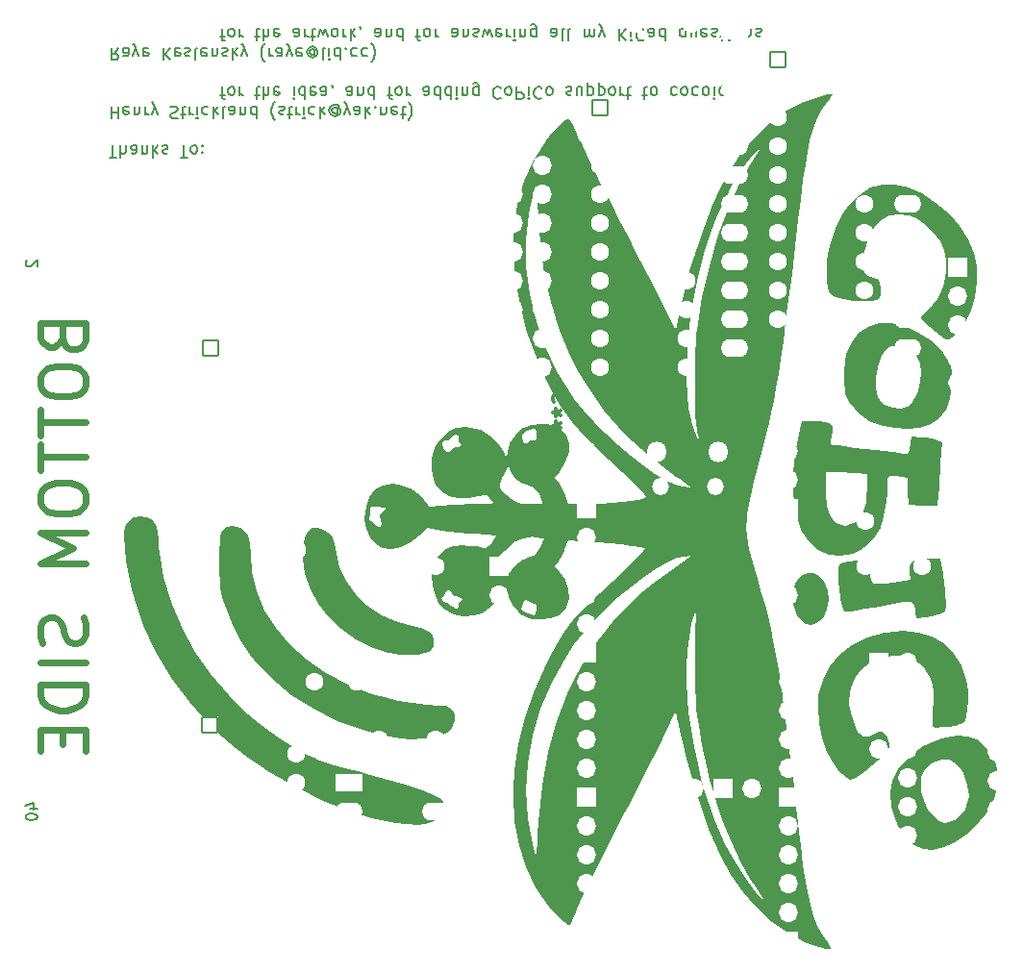
<source format=gbr>
%TF.GenerationSoftware,KiCad,Pcbnew,7.0.11-7.0.11~ubuntu22.04.1*%
%TF.CreationDate,2024-04-01T06:10:19-07:00*%
%TF.ProjectId,copico,636f7069-636f-42e6-9b69-6361645f7063,0.1.24*%
%TF.SameCoordinates,Original*%
%TF.FileFunction,Legend,Bot*%
%TF.FilePolarity,Positive*%
%FSLAX46Y46*%
G04 Gerber Fmt 4.6, Leading zero omitted, Abs format (unit mm)*
G04 Created by KiCad (PCBNEW 7.0.11-7.0.11~ubuntu22.04.1) date 2024-04-01 06:10:19*
%MOMM*%
%LPD*%
G01*
G04 APERTURE LIST*
G04 Aperture macros list*
%AMRoundRect*
0 Rectangle with rounded corners*
0 $1 Rounding radius*
0 $2 $3 $4 $5 $6 $7 $8 $9 X,Y pos of 4 corners*
0 Add a 4 corners polygon primitive as box body*
4,1,4,$2,$3,$4,$5,$6,$7,$8,$9,$2,$3,0*
0 Add four circle primitives for the rounded corners*
1,1,$1+$1,$2,$3*
1,1,$1+$1,$4,$5*
1,1,$1+$1,$6,$7*
1,1,$1+$1,$8,$9*
0 Add four rect primitives between the rounded corners*
20,1,$1+$1,$2,$3,$4,$5,0*
20,1,$1+$1,$4,$5,$6,$7,0*
20,1,$1+$1,$6,$7,$8,$9,0*
20,1,$1+$1,$8,$9,$2,$3,0*%
G04 Aperture macros list end*
%ADD10C,0.600000*%
%ADD11C,0.177800*%
%ADD12C,0.150000*%
%ADD13C,0.300000*%
%ADD14R,6.350000X1.270000*%
%ADD15R,1.600000X1.600000*%
%ADD16C,1.600000*%
%ADD17R,1.700000X1.700000*%
%ADD18O,1.700000X1.700000*%
%ADD19O,1.600000X1.600000*%
%ADD20RoundRect,0.102000X-0.700000X0.700000X-0.700000X-0.700000X0.700000X-0.700000X0.700000X0.700000X0*%
%ADD21C,1.604000*%
%ADD22R,2.400000X1.600000*%
%ADD23O,2.400000X1.600000*%
%ADD24O,1.800000X1.800000*%
%ADD25O,1.500000X1.500000*%
G04 APERTURE END LIST*
D10*
X103483038Y-86584428D02*
X103673514Y-87155856D01*
X103673514Y-87155856D02*
X103863990Y-87346333D01*
X103863990Y-87346333D02*
X104244942Y-87536809D01*
X104244942Y-87536809D02*
X104816371Y-87536809D01*
X104816371Y-87536809D02*
X105197323Y-87346333D01*
X105197323Y-87346333D02*
X105387800Y-87155856D01*
X105387800Y-87155856D02*
X105578276Y-86774904D01*
X105578276Y-86774904D02*
X105578276Y-85251094D01*
X105578276Y-85251094D02*
X101578276Y-85251094D01*
X101578276Y-85251094D02*
X101578276Y-86584428D01*
X101578276Y-86584428D02*
X101768752Y-86965380D01*
X101768752Y-86965380D02*
X101959228Y-87155856D01*
X101959228Y-87155856D02*
X102340180Y-87346333D01*
X102340180Y-87346333D02*
X102721133Y-87346333D01*
X102721133Y-87346333D02*
X103102085Y-87155856D01*
X103102085Y-87155856D02*
X103292561Y-86965380D01*
X103292561Y-86965380D02*
X103483038Y-86584428D01*
X103483038Y-86584428D02*
X103483038Y-85251094D01*
X101578276Y-90012999D02*
X101578276Y-90774904D01*
X101578276Y-90774904D02*
X101768752Y-91155856D01*
X101768752Y-91155856D02*
X102149704Y-91536809D01*
X102149704Y-91536809D02*
X102911609Y-91727285D01*
X102911609Y-91727285D02*
X104244942Y-91727285D01*
X104244942Y-91727285D02*
X105006847Y-91536809D01*
X105006847Y-91536809D02*
X105387800Y-91155856D01*
X105387800Y-91155856D02*
X105578276Y-90774904D01*
X105578276Y-90774904D02*
X105578276Y-90012999D01*
X105578276Y-90012999D02*
X105387800Y-89632047D01*
X105387800Y-89632047D02*
X105006847Y-89251094D01*
X105006847Y-89251094D02*
X104244942Y-89060618D01*
X104244942Y-89060618D02*
X102911609Y-89060618D01*
X102911609Y-89060618D02*
X102149704Y-89251094D01*
X102149704Y-89251094D02*
X101768752Y-89632047D01*
X101768752Y-89632047D02*
X101578276Y-90012999D01*
X101578276Y-92870142D02*
X101578276Y-95155856D01*
X105578276Y-94012999D02*
X101578276Y-94012999D01*
X101578276Y-95917761D02*
X101578276Y-98203475D01*
X105578276Y-97060618D02*
X101578276Y-97060618D01*
X101578276Y-100298713D02*
X101578276Y-101060618D01*
X101578276Y-101060618D02*
X101768752Y-101441570D01*
X101768752Y-101441570D02*
X102149704Y-101822523D01*
X102149704Y-101822523D02*
X102911609Y-102012999D01*
X102911609Y-102012999D02*
X104244942Y-102012999D01*
X104244942Y-102012999D02*
X105006847Y-101822523D01*
X105006847Y-101822523D02*
X105387800Y-101441570D01*
X105387800Y-101441570D02*
X105578276Y-101060618D01*
X105578276Y-101060618D02*
X105578276Y-100298713D01*
X105578276Y-100298713D02*
X105387800Y-99917761D01*
X105387800Y-99917761D02*
X105006847Y-99536808D01*
X105006847Y-99536808D02*
X104244942Y-99346332D01*
X104244942Y-99346332D02*
X102911609Y-99346332D01*
X102911609Y-99346332D02*
X102149704Y-99536808D01*
X102149704Y-99536808D02*
X101768752Y-99917761D01*
X101768752Y-99917761D02*
X101578276Y-100298713D01*
X105578276Y-103727284D02*
X101578276Y-103727284D01*
X101578276Y-103727284D02*
X104435419Y-105060618D01*
X104435419Y-105060618D02*
X101578276Y-106393951D01*
X101578276Y-106393951D02*
X105578276Y-106393951D01*
X105387800Y-111155856D02*
X105578276Y-111727285D01*
X105578276Y-111727285D02*
X105578276Y-112679666D01*
X105578276Y-112679666D02*
X105387800Y-113060618D01*
X105387800Y-113060618D02*
X105197323Y-113251094D01*
X105197323Y-113251094D02*
X104816371Y-113441571D01*
X104816371Y-113441571D02*
X104435419Y-113441571D01*
X104435419Y-113441571D02*
X104054466Y-113251094D01*
X104054466Y-113251094D02*
X103863990Y-113060618D01*
X103863990Y-113060618D02*
X103673514Y-112679666D01*
X103673514Y-112679666D02*
X103483038Y-111917761D01*
X103483038Y-111917761D02*
X103292561Y-111536809D01*
X103292561Y-111536809D02*
X103102085Y-111346332D01*
X103102085Y-111346332D02*
X102721133Y-111155856D01*
X102721133Y-111155856D02*
X102340180Y-111155856D01*
X102340180Y-111155856D02*
X101959228Y-111346332D01*
X101959228Y-111346332D02*
X101768752Y-111536809D01*
X101768752Y-111536809D02*
X101578276Y-111917761D01*
X101578276Y-111917761D02*
X101578276Y-112870142D01*
X101578276Y-112870142D02*
X101768752Y-113441571D01*
X105578276Y-115155856D02*
X101578276Y-115155856D01*
X105578276Y-117060618D02*
X101578276Y-117060618D01*
X101578276Y-117060618D02*
X101578276Y-118012999D01*
X101578276Y-118012999D02*
X101768752Y-118584428D01*
X101768752Y-118584428D02*
X102149704Y-118965380D01*
X102149704Y-118965380D02*
X102530657Y-119155857D01*
X102530657Y-119155857D02*
X103292561Y-119346333D01*
X103292561Y-119346333D02*
X103863990Y-119346333D01*
X103863990Y-119346333D02*
X104625895Y-119155857D01*
X104625895Y-119155857D02*
X105006847Y-118965380D01*
X105006847Y-118965380D02*
X105387800Y-118584428D01*
X105387800Y-118584428D02*
X105578276Y-118012999D01*
X105578276Y-118012999D02*
X105578276Y-117060618D01*
X103483038Y-121060618D02*
X103483038Y-122393952D01*
X105578276Y-122965380D02*
X105578276Y-121060618D01*
X105578276Y-121060618D02*
X101578276Y-121060618D01*
X101578276Y-121060618D02*
X101578276Y-122965380D01*
D11*
X107660573Y-70693890D02*
X108270173Y-70693890D01*
X107965373Y-69627090D02*
X107965373Y-70693890D01*
X108625773Y-69627090D02*
X108625773Y-70693890D01*
X109082973Y-69627090D02*
X109082973Y-70185890D01*
X109082973Y-70185890D02*
X109032173Y-70287490D01*
X109032173Y-70287490D02*
X108930573Y-70338290D01*
X108930573Y-70338290D02*
X108778173Y-70338290D01*
X108778173Y-70338290D02*
X108676573Y-70287490D01*
X108676573Y-70287490D02*
X108625773Y-70236690D01*
X110048173Y-69627090D02*
X110048173Y-70185890D01*
X110048173Y-70185890D02*
X109997373Y-70287490D01*
X109997373Y-70287490D02*
X109895773Y-70338290D01*
X109895773Y-70338290D02*
X109692573Y-70338290D01*
X109692573Y-70338290D02*
X109590973Y-70287490D01*
X110048173Y-69677890D02*
X109946573Y-69627090D01*
X109946573Y-69627090D02*
X109692573Y-69627090D01*
X109692573Y-69627090D02*
X109590973Y-69677890D01*
X109590973Y-69677890D02*
X109540173Y-69779490D01*
X109540173Y-69779490D02*
X109540173Y-69881090D01*
X109540173Y-69881090D02*
X109590973Y-69982690D01*
X109590973Y-69982690D02*
X109692573Y-70033490D01*
X109692573Y-70033490D02*
X109946573Y-70033490D01*
X109946573Y-70033490D02*
X110048173Y-70084290D01*
X110556173Y-70338290D02*
X110556173Y-69627090D01*
X110556173Y-70236690D02*
X110606973Y-70287490D01*
X110606973Y-70287490D02*
X110708573Y-70338290D01*
X110708573Y-70338290D02*
X110860973Y-70338290D01*
X110860973Y-70338290D02*
X110962573Y-70287490D01*
X110962573Y-70287490D02*
X111013373Y-70185890D01*
X111013373Y-70185890D02*
X111013373Y-69627090D01*
X111521373Y-69627090D02*
X111521373Y-70693890D01*
X111622973Y-70033490D02*
X111927773Y-69627090D01*
X111927773Y-70338290D02*
X111521373Y-69931890D01*
X112334173Y-69677890D02*
X112435773Y-69627090D01*
X112435773Y-69627090D02*
X112638973Y-69627090D01*
X112638973Y-69627090D02*
X112740573Y-69677890D01*
X112740573Y-69677890D02*
X112791373Y-69779490D01*
X112791373Y-69779490D02*
X112791373Y-69830290D01*
X112791373Y-69830290D02*
X112740573Y-69931890D01*
X112740573Y-69931890D02*
X112638973Y-69982690D01*
X112638973Y-69982690D02*
X112486573Y-69982690D01*
X112486573Y-69982690D02*
X112384973Y-70033490D01*
X112384973Y-70033490D02*
X112334173Y-70135090D01*
X112334173Y-70135090D02*
X112334173Y-70185890D01*
X112334173Y-70185890D02*
X112384973Y-70287490D01*
X112384973Y-70287490D02*
X112486573Y-70338290D01*
X112486573Y-70338290D02*
X112638973Y-70338290D01*
X112638973Y-70338290D02*
X112740573Y-70287490D01*
X113908973Y-70693890D02*
X114518573Y-70693890D01*
X114213773Y-69627090D02*
X114213773Y-70693890D01*
X115026573Y-69627090D02*
X114924973Y-69677890D01*
X114924973Y-69677890D02*
X114874173Y-69728690D01*
X114874173Y-69728690D02*
X114823373Y-69830290D01*
X114823373Y-69830290D02*
X114823373Y-70135090D01*
X114823373Y-70135090D02*
X114874173Y-70236690D01*
X114874173Y-70236690D02*
X114924973Y-70287490D01*
X114924973Y-70287490D02*
X115026573Y-70338290D01*
X115026573Y-70338290D02*
X115178973Y-70338290D01*
X115178973Y-70338290D02*
X115280573Y-70287490D01*
X115280573Y-70287490D02*
X115331373Y-70236690D01*
X115331373Y-70236690D02*
X115382173Y-70135090D01*
X115382173Y-70135090D02*
X115382173Y-69830290D01*
X115382173Y-69830290D02*
X115331373Y-69728690D01*
X115331373Y-69728690D02*
X115280573Y-69677890D01*
X115280573Y-69677890D02*
X115178973Y-69627090D01*
X115178973Y-69627090D02*
X115026573Y-69627090D01*
X115839373Y-69728690D02*
X115890173Y-69677890D01*
X115890173Y-69677890D02*
X115839373Y-69627090D01*
X115839373Y-69627090D02*
X115788573Y-69677890D01*
X115788573Y-69677890D02*
X115839373Y-69728690D01*
X115839373Y-69728690D02*
X115839373Y-69627090D01*
X115839373Y-70287490D02*
X115890173Y-70236690D01*
X115890173Y-70236690D02*
X115839373Y-70185890D01*
X115839373Y-70185890D02*
X115788573Y-70236690D01*
X115788573Y-70236690D02*
X115839373Y-70287490D01*
X115839373Y-70287490D02*
X115839373Y-70185890D01*
X107812973Y-66191994D02*
X107812973Y-67258794D01*
X107812973Y-66750794D02*
X108422573Y-66750794D01*
X108422573Y-66191994D02*
X108422573Y-67258794D01*
X109336973Y-66242794D02*
X109235373Y-66191994D01*
X109235373Y-66191994D02*
X109032173Y-66191994D01*
X109032173Y-66191994D02*
X108930573Y-66242794D01*
X108930573Y-66242794D02*
X108879773Y-66344394D01*
X108879773Y-66344394D02*
X108879773Y-66750794D01*
X108879773Y-66750794D02*
X108930573Y-66852394D01*
X108930573Y-66852394D02*
X109032173Y-66903194D01*
X109032173Y-66903194D02*
X109235373Y-66903194D01*
X109235373Y-66903194D02*
X109336973Y-66852394D01*
X109336973Y-66852394D02*
X109387773Y-66750794D01*
X109387773Y-66750794D02*
X109387773Y-66649194D01*
X109387773Y-66649194D02*
X108879773Y-66547594D01*
X109844973Y-66903194D02*
X109844973Y-66191994D01*
X109844973Y-66801594D02*
X109895773Y-66852394D01*
X109895773Y-66852394D02*
X109997373Y-66903194D01*
X109997373Y-66903194D02*
X110149773Y-66903194D01*
X110149773Y-66903194D02*
X110251373Y-66852394D01*
X110251373Y-66852394D02*
X110302173Y-66750794D01*
X110302173Y-66750794D02*
X110302173Y-66191994D01*
X110810173Y-66191994D02*
X110810173Y-66903194D01*
X110810173Y-66699994D02*
X110860973Y-66801594D01*
X110860973Y-66801594D02*
X110911773Y-66852394D01*
X110911773Y-66852394D02*
X111013373Y-66903194D01*
X111013373Y-66903194D02*
X111114973Y-66903194D01*
X111368973Y-66903194D02*
X111622973Y-66191994D01*
X111876973Y-66903194D02*
X111622973Y-66191994D01*
X111622973Y-66191994D02*
X111521373Y-65937994D01*
X111521373Y-65937994D02*
X111470573Y-65887194D01*
X111470573Y-65887194D02*
X111368973Y-65836394D01*
X113045373Y-66242794D02*
X113197773Y-66191994D01*
X113197773Y-66191994D02*
X113451773Y-66191994D01*
X113451773Y-66191994D02*
X113553373Y-66242794D01*
X113553373Y-66242794D02*
X113604173Y-66293594D01*
X113604173Y-66293594D02*
X113654973Y-66395194D01*
X113654973Y-66395194D02*
X113654973Y-66496794D01*
X113654973Y-66496794D02*
X113604173Y-66598394D01*
X113604173Y-66598394D02*
X113553373Y-66649194D01*
X113553373Y-66649194D02*
X113451773Y-66699994D01*
X113451773Y-66699994D02*
X113248573Y-66750794D01*
X113248573Y-66750794D02*
X113146973Y-66801594D01*
X113146973Y-66801594D02*
X113096173Y-66852394D01*
X113096173Y-66852394D02*
X113045373Y-66953994D01*
X113045373Y-66953994D02*
X113045373Y-67055594D01*
X113045373Y-67055594D02*
X113096173Y-67157194D01*
X113096173Y-67157194D02*
X113146973Y-67207994D01*
X113146973Y-67207994D02*
X113248573Y-67258794D01*
X113248573Y-67258794D02*
X113502573Y-67258794D01*
X113502573Y-67258794D02*
X113654973Y-67207994D01*
X113959773Y-66903194D02*
X114366173Y-66903194D01*
X114112173Y-67258794D02*
X114112173Y-66344394D01*
X114112173Y-66344394D02*
X114162973Y-66242794D01*
X114162973Y-66242794D02*
X114264573Y-66191994D01*
X114264573Y-66191994D02*
X114366173Y-66191994D01*
X114721773Y-66191994D02*
X114721773Y-66903194D01*
X114721773Y-66699994D02*
X114772573Y-66801594D01*
X114772573Y-66801594D02*
X114823373Y-66852394D01*
X114823373Y-66852394D02*
X114924973Y-66903194D01*
X114924973Y-66903194D02*
X115026573Y-66903194D01*
X115382173Y-66191994D02*
X115382173Y-66903194D01*
X115382173Y-67258794D02*
X115331373Y-67207994D01*
X115331373Y-67207994D02*
X115382173Y-67157194D01*
X115382173Y-67157194D02*
X115432973Y-67207994D01*
X115432973Y-67207994D02*
X115382173Y-67258794D01*
X115382173Y-67258794D02*
X115382173Y-67157194D01*
X116347373Y-66242794D02*
X116245773Y-66191994D01*
X116245773Y-66191994D02*
X116042573Y-66191994D01*
X116042573Y-66191994D02*
X115940973Y-66242794D01*
X115940973Y-66242794D02*
X115890173Y-66293594D01*
X115890173Y-66293594D02*
X115839373Y-66395194D01*
X115839373Y-66395194D02*
X115839373Y-66699994D01*
X115839373Y-66699994D02*
X115890173Y-66801594D01*
X115890173Y-66801594D02*
X115940973Y-66852394D01*
X115940973Y-66852394D02*
X116042573Y-66903194D01*
X116042573Y-66903194D02*
X116245773Y-66903194D01*
X116245773Y-66903194D02*
X116347373Y-66852394D01*
X116804573Y-66191994D02*
X116804573Y-67258794D01*
X116906173Y-66598394D02*
X117210973Y-66191994D01*
X117210973Y-66903194D02*
X116804573Y-66496794D01*
X117820573Y-66191994D02*
X117718973Y-66242794D01*
X117718973Y-66242794D02*
X117668173Y-66344394D01*
X117668173Y-66344394D02*
X117668173Y-67258794D01*
X118684173Y-66191994D02*
X118684173Y-66750794D01*
X118684173Y-66750794D02*
X118633373Y-66852394D01*
X118633373Y-66852394D02*
X118531773Y-66903194D01*
X118531773Y-66903194D02*
X118328573Y-66903194D01*
X118328573Y-66903194D02*
X118226973Y-66852394D01*
X118684173Y-66242794D02*
X118582573Y-66191994D01*
X118582573Y-66191994D02*
X118328573Y-66191994D01*
X118328573Y-66191994D02*
X118226973Y-66242794D01*
X118226973Y-66242794D02*
X118176173Y-66344394D01*
X118176173Y-66344394D02*
X118176173Y-66445994D01*
X118176173Y-66445994D02*
X118226973Y-66547594D01*
X118226973Y-66547594D02*
X118328573Y-66598394D01*
X118328573Y-66598394D02*
X118582573Y-66598394D01*
X118582573Y-66598394D02*
X118684173Y-66649194D01*
X119192173Y-66903194D02*
X119192173Y-66191994D01*
X119192173Y-66801594D02*
X119242973Y-66852394D01*
X119242973Y-66852394D02*
X119344573Y-66903194D01*
X119344573Y-66903194D02*
X119496973Y-66903194D01*
X119496973Y-66903194D02*
X119598573Y-66852394D01*
X119598573Y-66852394D02*
X119649373Y-66750794D01*
X119649373Y-66750794D02*
X119649373Y-66191994D01*
X120614573Y-66191994D02*
X120614573Y-67258794D01*
X120614573Y-66242794D02*
X120512973Y-66191994D01*
X120512973Y-66191994D02*
X120309773Y-66191994D01*
X120309773Y-66191994D02*
X120208173Y-66242794D01*
X120208173Y-66242794D02*
X120157373Y-66293594D01*
X120157373Y-66293594D02*
X120106573Y-66395194D01*
X120106573Y-66395194D02*
X120106573Y-66699994D01*
X120106573Y-66699994D02*
X120157373Y-66801594D01*
X120157373Y-66801594D02*
X120208173Y-66852394D01*
X120208173Y-66852394D02*
X120309773Y-66903194D01*
X120309773Y-66903194D02*
X120512973Y-66903194D01*
X120512973Y-66903194D02*
X120614573Y-66852394D01*
X122240173Y-65785594D02*
X122189373Y-65836394D01*
X122189373Y-65836394D02*
X122087773Y-65988794D01*
X122087773Y-65988794D02*
X122036973Y-66090394D01*
X122036973Y-66090394D02*
X121986173Y-66242794D01*
X121986173Y-66242794D02*
X121935373Y-66496794D01*
X121935373Y-66496794D02*
X121935373Y-66699994D01*
X121935373Y-66699994D02*
X121986173Y-66953994D01*
X121986173Y-66953994D02*
X122036973Y-67106394D01*
X122036973Y-67106394D02*
X122087773Y-67207994D01*
X122087773Y-67207994D02*
X122189373Y-67360394D01*
X122189373Y-67360394D02*
X122240173Y-67411194D01*
X122595773Y-66242794D02*
X122697373Y-66191994D01*
X122697373Y-66191994D02*
X122900573Y-66191994D01*
X122900573Y-66191994D02*
X123002173Y-66242794D01*
X123002173Y-66242794D02*
X123052973Y-66344394D01*
X123052973Y-66344394D02*
X123052973Y-66395194D01*
X123052973Y-66395194D02*
X123002173Y-66496794D01*
X123002173Y-66496794D02*
X122900573Y-66547594D01*
X122900573Y-66547594D02*
X122748173Y-66547594D01*
X122748173Y-66547594D02*
X122646573Y-66598394D01*
X122646573Y-66598394D02*
X122595773Y-66699994D01*
X122595773Y-66699994D02*
X122595773Y-66750794D01*
X122595773Y-66750794D02*
X122646573Y-66852394D01*
X122646573Y-66852394D02*
X122748173Y-66903194D01*
X122748173Y-66903194D02*
X122900573Y-66903194D01*
X122900573Y-66903194D02*
X123002173Y-66852394D01*
X123357773Y-66903194D02*
X123764173Y-66903194D01*
X123510173Y-67258794D02*
X123510173Y-66344394D01*
X123510173Y-66344394D02*
X123560973Y-66242794D01*
X123560973Y-66242794D02*
X123662573Y-66191994D01*
X123662573Y-66191994D02*
X123764173Y-66191994D01*
X124119773Y-66191994D02*
X124119773Y-66903194D01*
X124119773Y-66699994D02*
X124170573Y-66801594D01*
X124170573Y-66801594D02*
X124221373Y-66852394D01*
X124221373Y-66852394D02*
X124322973Y-66903194D01*
X124322973Y-66903194D02*
X124424573Y-66903194D01*
X124780173Y-66191994D02*
X124780173Y-66903194D01*
X124780173Y-67258794D02*
X124729373Y-67207994D01*
X124729373Y-67207994D02*
X124780173Y-67157194D01*
X124780173Y-67157194D02*
X124830973Y-67207994D01*
X124830973Y-67207994D02*
X124780173Y-67258794D01*
X124780173Y-67258794D02*
X124780173Y-67157194D01*
X125745373Y-66242794D02*
X125643773Y-66191994D01*
X125643773Y-66191994D02*
X125440573Y-66191994D01*
X125440573Y-66191994D02*
X125338973Y-66242794D01*
X125338973Y-66242794D02*
X125288173Y-66293594D01*
X125288173Y-66293594D02*
X125237373Y-66395194D01*
X125237373Y-66395194D02*
X125237373Y-66699994D01*
X125237373Y-66699994D02*
X125288173Y-66801594D01*
X125288173Y-66801594D02*
X125338973Y-66852394D01*
X125338973Y-66852394D02*
X125440573Y-66903194D01*
X125440573Y-66903194D02*
X125643773Y-66903194D01*
X125643773Y-66903194D02*
X125745373Y-66852394D01*
X126202573Y-66191994D02*
X126202573Y-67258794D01*
X126304173Y-66598394D02*
X126608973Y-66191994D01*
X126608973Y-66903194D02*
X126202573Y-66496794D01*
X127726573Y-66699994D02*
X127675773Y-66750794D01*
X127675773Y-66750794D02*
X127574173Y-66801594D01*
X127574173Y-66801594D02*
X127472573Y-66801594D01*
X127472573Y-66801594D02*
X127370973Y-66750794D01*
X127370973Y-66750794D02*
X127320173Y-66699994D01*
X127320173Y-66699994D02*
X127269373Y-66598394D01*
X127269373Y-66598394D02*
X127269373Y-66496794D01*
X127269373Y-66496794D02*
X127320173Y-66395194D01*
X127320173Y-66395194D02*
X127370973Y-66344394D01*
X127370973Y-66344394D02*
X127472573Y-66293594D01*
X127472573Y-66293594D02*
X127574173Y-66293594D01*
X127574173Y-66293594D02*
X127675773Y-66344394D01*
X127675773Y-66344394D02*
X127726573Y-66395194D01*
X127726573Y-66801594D02*
X127726573Y-66395194D01*
X127726573Y-66395194D02*
X127777373Y-66344394D01*
X127777373Y-66344394D02*
X127828173Y-66344394D01*
X127828173Y-66344394D02*
X127929773Y-66395194D01*
X127929773Y-66395194D02*
X127980573Y-66496794D01*
X127980573Y-66496794D02*
X127980573Y-66750794D01*
X127980573Y-66750794D02*
X127878973Y-66903194D01*
X127878973Y-66903194D02*
X127726573Y-67004794D01*
X127726573Y-67004794D02*
X127523373Y-67055594D01*
X127523373Y-67055594D02*
X127320173Y-67004794D01*
X127320173Y-67004794D02*
X127167773Y-66903194D01*
X127167773Y-66903194D02*
X127066173Y-66750794D01*
X127066173Y-66750794D02*
X127015373Y-66547594D01*
X127015373Y-66547594D02*
X127066173Y-66344394D01*
X127066173Y-66344394D02*
X127167773Y-66191994D01*
X127167773Y-66191994D02*
X127320173Y-66090394D01*
X127320173Y-66090394D02*
X127523373Y-66039594D01*
X127523373Y-66039594D02*
X127726573Y-66090394D01*
X127726573Y-66090394D02*
X127878973Y-66191994D01*
X128336173Y-66903194D02*
X128590173Y-66191994D01*
X128844173Y-66903194D02*
X128590173Y-66191994D01*
X128590173Y-66191994D02*
X128488573Y-65937994D01*
X128488573Y-65937994D02*
X128437773Y-65887194D01*
X128437773Y-65887194D02*
X128336173Y-65836394D01*
X129707773Y-66191994D02*
X129707773Y-66750794D01*
X129707773Y-66750794D02*
X129656973Y-66852394D01*
X129656973Y-66852394D02*
X129555373Y-66903194D01*
X129555373Y-66903194D02*
X129352173Y-66903194D01*
X129352173Y-66903194D02*
X129250573Y-66852394D01*
X129707773Y-66242794D02*
X129606173Y-66191994D01*
X129606173Y-66191994D02*
X129352173Y-66191994D01*
X129352173Y-66191994D02*
X129250573Y-66242794D01*
X129250573Y-66242794D02*
X129199773Y-66344394D01*
X129199773Y-66344394D02*
X129199773Y-66445994D01*
X129199773Y-66445994D02*
X129250573Y-66547594D01*
X129250573Y-66547594D02*
X129352173Y-66598394D01*
X129352173Y-66598394D02*
X129606173Y-66598394D01*
X129606173Y-66598394D02*
X129707773Y-66649194D01*
X130215773Y-66191994D02*
X130215773Y-67258794D01*
X130317373Y-66598394D02*
X130622173Y-66191994D01*
X130622173Y-66903194D02*
X130215773Y-66496794D01*
X131079373Y-66293594D02*
X131130173Y-66242794D01*
X131130173Y-66242794D02*
X131079373Y-66191994D01*
X131079373Y-66191994D02*
X131028573Y-66242794D01*
X131028573Y-66242794D02*
X131079373Y-66293594D01*
X131079373Y-66293594D02*
X131079373Y-66191994D01*
X131587373Y-66903194D02*
X131587373Y-66191994D01*
X131587373Y-66801594D02*
X131638173Y-66852394D01*
X131638173Y-66852394D02*
X131739773Y-66903194D01*
X131739773Y-66903194D02*
X131892173Y-66903194D01*
X131892173Y-66903194D02*
X131993773Y-66852394D01*
X131993773Y-66852394D02*
X132044573Y-66750794D01*
X132044573Y-66750794D02*
X132044573Y-66191994D01*
X132958973Y-66242794D02*
X132857373Y-66191994D01*
X132857373Y-66191994D02*
X132654173Y-66191994D01*
X132654173Y-66191994D02*
X132552573Y-66242794D01*
X132552573Y-66242794D02*
X132501773Y-66344394D01*
X132501773Y-66344394D02*
X132501773Y-66750794D01*
X132501773Y-66750794D02*
X132552573Y-66852394D01*
X132552573Y-66852394D02*
X132654173Y-66903194D01*
X132654173Y-66903194D02*
X132857373Y-66903194D01*
X132857373Y-66903194D02*
X132958973Y-66852394D01*
X132958973Y-66852394D02*
X133009773Y-66750794D01*
X133009773Y-66750794D02*
X133009773Y-66649194D01*
X133009773Y-66649194D02*
X132501773Y-66547594D01*
X133314573Y-66903194D02*
X133720973Y-66903194D01*
X133466973Y-67258794D02*
X133466973Y-66344394D01*
X133466973Y-66344394D02*
X133517773Y-66242794D01*
X133517773Y-66242794D02*
X133619373Y-66191994D01*
X133619373Y-66191994D02*
X133720973Y-66191994D01*
X133974973Y-65785594D02*
X134025773Y-65836394D01*
X134025773Y-65836394D02*
X134127373Y-65988794D01*
X134127373Y-65988794D02*
X134178173Y-66090394D01*
X134178173Y-66090394D02*
X134228973Y-66242794D01*
X134228973Y-66242794D02*
X134279773Y-66496794D01*
X134279773Y-66496794D02*
X134279773Y-66699994D01*
X134279773Y-66699994D02*
X134228973Y-66953994D01*
X134228973Y-66953994D02*
X134178173Y-67106394D01*
X134178173Y-67106394D02*
X134127373Y-67207994D01*
X134127373Y-67207994D02*
X134025773Y-67360394D01*
X134025773Y-67360394D02*
X133974973Y-67411194D01*
X117414173Y-65185646D02*
X117820573Y-65185646D01*
X117566573Y-64474446D02*
X117566573Y-65388846D01*
X117566573Y-65388846D02*
X117617373Y-65490446D01*
X117617373Y-65490446D02*
X117718973Y-65541246D01*
X117718973Y-65541246D02*
X117820573Y-65541246D01*
X118328573Y-64474446D02*
X118226973Y-64525246D01*
X118226973Y-64525246D02*
X118176173Y-64576046D01*
X118176173Y-64576046D02*
X118125373Y-64677646D01*
X118125373Y-64677646D02*
X118125373Y-64982446D01*
X118125373Y-64982446D02*
X118176173Y-65084046D01*
X118176173Y-65084046D02*
X118226973Y-65134846D01*
X118226973Y-65134846D02*
X118328573Y-65185646D01*
X118328573Y-65185646D02*
X118480973Y-65185646D01*
X118480973Y-65185646D02*
X118582573Y-65134846D01*
X118582573Y-65134846D02*
X118633373Y-65084046D01*
X118633373Y-65084046D02*
X118684173Y-64982446D01*
X118684173Y-64982446D02*
X118684173Y-64677646D01*
X118684173Y-64677646D02*
X118633373Y-64576046D01*
X118633373Y-64576046D02*
X118582573Y-64525246D01*
X118582573Y-64525246D02*
X118480973Y-64474446D01*
X118480973Y-64474446D02*
X118328573Y-64474446D01*
X119141373Y-64474446D02*
X119141373Y-65185646D01*
X119141373Y-64982446D02*
X119192173Y-65084046D01*
X119192173Y-65084046D02*
X119242973Y-65134846D01*
X119242973Y-65134846D02*
X119344573Y-65185646D01*
X119344573Y-65185646D02*
X119446173Y-65185646D01*
X120462173Y-65185646D02*
X120868573Y-65185646D01*
X120614573Y-65541246D02*
X120614573Y-64626846D01*
X120614573Y-64626846D02*
X120665373Y-64525246D01*
X120665373Y-64525246D02*
X120766973Y-64474446D01*
X120766973Y-64474446D02*
X120868573Y-64474446D01*
X121224173Y-64474446D02*
X121224173Y-65541246D01*
X121681373Y-64474446D02*
X121681373Y-65033246D01*
X121681373Y-65033246D02*
X121630573Y-65134846D01*
X121630573Y-65134846D02*
X121528973Y-65185646D01*
X121528973Y-65185646D02*
X121376573Y-65185646D01*
X121376573Y-65185646D02*
X121274973Y-65134846D01*
X121274973Y-65134846D02*
X121224173Y-65084046D01*
X122595773Y-64525246D02*
X122494173Y-64474446D01*
X122494173Y-64474446D02*
X122290973Y-64474446D01*
X122290973Y-64474446D02*
X122189373Y-64525246D01*
X122189373Y-64525246D02*
X122138573Y-64626846D01*
X122138573Y-64626846D02*
X122138573Y-65033246D01*
X122138573Y-65033246D02*
X122189373Y-65134846D01*
X122189373Y-65134846D02*
X122290973Y-65185646D01*
X122290973Y-65185646D02*
X122494173Y-65185646D01*
X122494173Y-65185646D02*
X122595773Y-65134846D01*
X122595773Y-65134846D02*
X122646573Y-65033246D01*
X122646573Y-65033246D02*
X122646573Y-64931646D01*
X122646573Y-64931646D02*
X122138573Y-64830046D01*
X123916573Y-64474446D02*
X123916573Y-65185646D01*
X123916573Y-65541246D02*
X123865773Y-65490446D01*
X123865773Y-65490446D02*
X123916573Y-65439646D01*
X123916573Y-65439646D02*
X123967373Y-65490446D01*
X123967373Y-65490446D02*
X123916573Y-65541246D01*
X123916573Y-65541246D02*
X123916573Y-65439646D01*
X124881773Y-64474446D02*
X124881773Y-65541246D01*
X124881773Y-64525246D02*
X124780173Y-64474446D01*
X124780173Y-64474446D02*
X124576973Y-64474446D01*
X124576973Y-64474446D02*
X124475373Y-64525246D01*
X124475373Y-64525246D02*
X124424573Y-64576046D01*
X124424573Y-64576046D02*
X124373773Y-64677646D01*
X124373773Y-64677646D02*
X124373773Y-64982446D01*
X124373773Y-64982446D02*
X124424573Y-65084046D01*
X124424573Y-65084046D02*
X124475373Y-65134846D01*
X124475373Y-65134846D02*
X124576973Y-65185646D01*
X124576973Y-65185646D02*
X124780173Y-65185646D01*
X124780173Y-65185646D02*
X124881773Y-65134846D01*
X125796173Y-64525246D02*
X125694573Y-64474446D01*
X125694573Y-64474446D02*
X125491373Y-64474446D01*
X125491373Y-64474446D02*
X125389773Y-64525246D01*
X125389773Y-64525246D02*
X125338973Y-64626846D01*
X125338973Y-64626846D02*
X125338973Y-65033246D01*
X125338973Y-65033246D02*
X125389773Y-65134846D01*
X125389773Y-65134846D02*
X125491373Y-65185646D01*
X125491373Y-65185646D02*
X125694573Y-65185646D01*
X125694573Y-65185646D02*
X125796173Y-65134846D01*
X125796173Y-65134846D02*
X125846973Y-65033246D01*
X125846973Y-65033246D02*
X125846973Y-64931646D01*
X125846973Y-64931646D02*
X125338973Y-64830046D01*
X126761373Y-64474446D02*
X126761373Y-65033246D01*
X126761373Y-65033246D02*
X126710573Y-65134846D01*
X126710573Y-65134846D02*
X126608973Y-65185646D01*
X126608973Y-65185646D02*
X126405773Y-65185646D01*
X126405773Y-65185646D02*
X126304173Y-65134846D01*
X126761373Y-64525246D02*
X126659773Y-64474446D01*
X126659773Y-64474446D02*
X126405773Y-64474446D01*
X126405773Y-64474446D02*
X126304173Y-64525246D01*
X126304173Y-64525246D02*
X126253373Y-64626846D01*
X126253373Y-64626846D02*
X126253373Y-64728446D01*
X126253373Y-64728446D02*
X126304173Y-64830046D01*
X126304173Y-64830046D02*
X126405773Y-64880846D01*
X126405773Y-64880846D02*
X126659773Y-64880846D01*
X126659773Y-64880846D02*
X126761373Y-64931646D01*
X127320173Y-64525246D02*
X127320173Y-64474446D01*
X127320173Y-64474446D02*
X127269373Y-64372846D01*
X127269373Y-64372846D02*
X127218573Y-64322046D01*
X129047373Y-64474446D02*
X129047373Y-65033246D01*
X129047373Y-65033246D02*
X128996573Y-65134846D01*
X128996573Y-65134846D02*
X128894973Y-65185646D01*
X128894973Y-65185646D02*
X128691773Y-65185646D01*
X128691773Y-65185646D02*
X128590173Y-65134846D01*
X129047373Y-64525246D02*
X128945773Y-64474446D01*
X128945773Y-64474446D02*
X128691773Y-64474446D01*
X128691773Y-64474446D02*
X128590173Y-64525246D01*
X128590173Y-64525246D02*
X128539373Y-64626846D01*
X128539373Y-64626846D02*
X128539373Y-64728446D01*
X128539373Y-64728446D02*
X128590173Y-64830046D01*
X128590173Y-64830046D02*
X128691773Y-64880846D01*
X128691773Y-64880846D02*
X128945773Y-64880846D01*
X128945773Y-64880846D02*
X129047373Y-64931646D01*
X129555373Y-65185646D02*
X129555373Y-64474446D01*
X129555373Y-65084046D02*
X129606173Y-65134846D01*
X129606173Y-65134846D02*
X129707773Y-65185646D01*
X129707773Y-65185646D02*
X129860173Y-65185646D01*
X129860173Y-65185646D02*
X129961773Y-65134846D01*
X129961773Y-65134846D02*
X130012573Y-65033246D01*
X130012573Y-65033246D02*
X130012573Y-64474446D01*
X130977773Y-64474446D02*
X130977773Y-65541246D01*
X130977773Y-64525246D02*
X130876173Y-64474446D01*
X130876173Y-64474446D02*
X130672973Y-64474446D01*
X130672973Y-64474446D02*
X130571373Y-64525246D01*
X130571373Y-64525246D02*
X130520573Y-64576046D01*
X130520573Y-64576046D02*
X130469773Y-64677646D01*
X130469773Y-64677646D02*
X130469773Y-64982446D01*
X130469773Y-64982446D02*
X130520573Y-65084046D01*
X130520573Y-65084046D02*
X130571373Y-65134846D01*
X130571373Y-65134846D02*
X130672973Y-65185646D01*
X130672973Y-65185646D02*
X130876173Y-65185646D01*
X130876173Y-65185646D02*
X130977773Y-65134846D01*
X132146173Y-65185646D02*
X132552573Y-65185646D01*
X132298573Y-64474446D02*
X132298573Y-65388846D01*
X132298573Y-65388846D02*
X132349373Y-65490446D01*
X132349373Y-65490446D02*
X132450973Y-65541246D01*
X132450973Y-65541246D02*
X132552573Y-65541246D01*
X133060573Y-64474446D02*
X132958973Y-64525246D01*
X132958973Y-64525246D02*
X132908173Y-64576046D01*
X132908173Y-64576046D02*
X132857373Y-64677646D01*
X132857373Y-64677646D02*
X132857373Y-64982446D01*
X132857373Y-64982446D02*
X132908173Y-65084046D01*
X132908173Y-65084046D02*
X132958973Y-65134846D01*
X132958973Y-65134846D02*
X133060573Y-65185646D01*
X133060573Y-65185646D02*
X133212973Y-65185646D01*
X133212973Y-65185646D02*
X133314573Y-65134846D01*
X133314573Y-65134846D02*
X133365373Y-65084046D01*
X133365373Y-65084046D02*
X133416173Y-64982446D01*
X133416173Y-64982446D02*
X133416173Y-64677646D01*
X133416173Y-64677646D02*
X133365373Y-64576046D01*
X133365373Y-64576046D02*
X133314573Y-64525246D01*
X133314573Y-64525246D02*
X133212973Y-64474446D01*
X133212973Y-64474446D02*
X133060573Y-64474446D01*
X133873373Y-64474446D02*
X133873373Y-65185646D01*
X133873373Y-64982446D02*
X133924173Y-65084046D01*
X133924173Y-65084046D02*
X133974973Y-65134846D01*
X133974973Y-65134846D02*
X134076573Y-65185646D01*
X134076573Y-65185646D02*
X134178173Y-65185646D01*
X135803773Y-64474446D02*
X135803773Y-65033246D01*
X135803773Y-65033246D02*
X135752973Y-65134846D01*
X135752973Y-65134846D02*
X135651373Y-65185646D01*
X135651373Y-65185646D02*
X135448173Y-65185646D01*
X135448173Y-65185646D02*
X135346573Y-65134846D01*
X135803773Y-64525246D02*
X135702173Y-64474446D01*
X135702173Y-64474446D02*
X135448173Y-64474446D01*
X135448173Y-64474446D02*
X135346573Y-64525246D01*
X135346573Y-64525246D02*
X135295773Y-64626846D01*
X135295773Y-64626846D02*
X135295773Y-64728446D01*
X135295773Y-64728446D02*
X135346573Y-64830046D01*
X135346573Y-64830046D02*
X135448173Y-64880846D01*
X135448173Y-64880846D02*
X135702173Y-64880846D01*
X135702173Y-64880846D02*
X135803773Y-64931646D01*
X136768973Y-64474446D02*
X136768973Y-65541246D01*
X136768973Y-64525246D02*
X136667373Y-64474446D01*
X136667373Y-64474446D02*
X136464173Y-64474446D01*
X136464173Y-64474446D02*
X136362573Y-64525246D01*
X136362573Y-64525246D02*
X136311773Y-64576046D01*
X136311773Y-64576046D02*
X136260973Y-64677646D01*
X136260973Y-64677646D02*
X136260973Y-64982446D01*
X136260973Y-64982446D02*
X136311773Y-65084046D01*
X136311773Y-65084046D02*
X136362573Y-65134846D01*
X136362573Y-65134846D02*
X136464173Y-65185646D01*
X136464173Y-65185646D02*
X136667373Y-65185646D01*
X136667373Y-65185646D02*
X136768973Y-65134846D01*
X137734173Y-64474446D02*
X137734173Y-65541246D01*
X137734173Y-64525246D02*
X137632573Y-64474446D01*
X137632573Y-64474446D02*
X137429373Y-64474446D01*
X137429373Y-64474446D02*
X137327773Y-64525246D01*
X137327773Y-64525246D02*
X137276973Y-64576046D01*
X137276973Y-64576046D02*
X137226173Y-64677646D01*
X137226173Y-64677646D02*
X137226173Y-64982446D01*
X137226173Y-64982446D02*
X137276973Y-65084046D01*
X137276973Y-65084046D02*
X137327773Y-65134846D01*
X137327773Y-65134846D02*
X137429373Y-65185646D01*
X137429373Y-65185646D02*
X137632573Y-65185646D01*
X137632573Y-65185646D02*
X137734173Y-65134846D01*
X138242173Y-64474446D02*
X138242173Y-65185646D01*
X138242173Y-65541246D02*
X138191373Y-65490446D01*
X138191373Y-65490446D02*
X138242173Y-65439646D01*
X138242173Y-65439646D02*
X138292973Y-65490446D01*
X138292973Y-65490446D02*
X138242173Y-65541246D01*
X138242173Y-65541246D02*
X138242173Y-65439646D01*
X138750173Y-65185646D02*
X138750173Y-64474446D01*
X138750173Y-65084046D02*
X138800973Y-65134846D01*
X138800973Y-65134846D02*
X138902573Y-65185646D01*
X138902573Y-65185646D02*
X139054973Y-65185646D01*
X139054973Y-65185646D02*
X139156573Y-65134846D01*
X139156573Y-65134846D02*
X139207373Y-65033246D01*
X139207373Y-65033246D02*
X139207373Y-64474446D01*
X140172573Y-65185646D02*
X140172573Y-64322046D01*
X140172573Y-64322046D02*
X140121773Y-64220446D01*
X140121773Y-64220446D02*
X140070973Y-64169646D01*
X140070973Y-64169646D02*
X139969373Y-64118846D01*
X139969373Y-64118846D02*
X139816973Y-64118846D01*
X139816973Y-64118846D02*
X139715373Y-64169646D01*
X140172573Y-64525246D02*
X140070973Y-64474446D01*
X140070973Y-64474446D02*
X139867773Y-64474446D01*
X139867773Y-64474446D02*
X139766173Y-64525246D01*
X139766173Y-64525246D02*
X139715373Y-64576046D01*
X139715373Y-64576046D02*
X139664573Y-64677646D01*
X139664573Y-64677646D02*
X139664573Y-64982446D01*
X139664573Y-64982446D02*
X139715373Y-65084046D01*
X139715373Y-65084046D02*
X139766173Y-65134846D01*
X139766173Y-65134846D02*
X139867773Y-65185646D01*
X139867773Y-65185646D02*
X140070973Y-65185646D01*
X140070973Y-65185646D02*
X140172573Y-65134846D01*
X142102973Y-64576046D02*
X142052173Y-64525246D01*
X142052173Y-64525246D02*
X141899773Y-64474446D01*
X141899773Y-64474446D02*
X141798173Y-64474446D01*
X141798173Y-64474446D02*
X141645773Y-64525246D01*
X141645773Y-64525246D02*
X141544173Y-64626846D01*
X141544173Y-64626846D02*
X141493373Y-64728446D01*
X141493373Y-64728446D02*
X141442573Y-64931646D01*
X141442573Y-64931646D02*
X141442573Y-65084046D01*
X141442573Y-65084046D02*
X141493373Y-65287246D01*
X141493373Y-65287246D02*
X141544173Y-65388846D01*
X141544173Y-65388846D02*
X141645773Y-65490446D01*
X141645773Y-65490446D02*
X141798173Y-65541246D01*
X141798173Y-65541246D02*
X141899773Y-65541246D01*
X141899773Y-65541246D02*
X142052173Y-65490446D01*
X142052173Y-65490446D02*
X142102973Y-65439646D01*
X142712573Y-64474446D02*
X142610973Y-64525246D01*
X142610973Y-64525246D02*
X142560173Y-64576046D01*
X142560173Y-64576046D02*
X142509373Y-64677646D01*
X142509373Y-64677646D02*
X142509373Y-64982446D01*
X142509373Y-64982446D02*
X142560173Y-65084046D01*
X142560173Y-65084046D02*
X142610973Y-65134846D01*
X142610973Y-65134846D02*
X142712573Y-65185646D01*
X142712573Y-65185646D02*
X142864973Y-65185646D01*
X142864973Y-65185646D02*
X142966573Y-65134846D01*
X142966573Y-65134846D02*
X143017373Y-65084046D01*
X143017373Y-65084046D02*
X143068173Y-64982446D01*
X143068173Y-64982446D02*
X143068173Y-64677646D01*
X143068173Y-64677646D02*
X143017373Y-64576046D01*
X143017373Y-64576046D02*
X142966573Y-64525246D01*
X142966573Y-64525246D02*
X142864973Y-64474446D01*
X142864973Y-64474446D02*
X142712573Y-64474446D01*
X143525373Y-64474446D02*
X143525373Y-65541246D01*
X143525373Y-65541246D02*
X143931773Y-65541246D01*
X143931773Y-65541246D02*
X144033373Y-65490446D01*
X144033373Y-65490446D02*
X144084173Y-65439646D01*
X144084173Y-65439646D02*
X144134973Y-65338046D01*
X144134973Y-65338046D02*
X144134973Y-65185646D01*
X144134973Y-65185646D02*
X144084173Y-65084046D01*
X144084173Y-65084046D02*
X144033373Y-65033246D01*
X144033373Y-65033246D02*
X143931773Y-64982446D01*
X143931773Y-64982446D02*
X143525373Y-64982446D01*
X144592173Y-64474446D02*
X144592173Y-65185646D01*
X144592173Y-65541246D02*
X144541373Y-65490446D01*
X144541373Y-65490446D02*
X144592173Y-65439646D01*
X144592173Y-65439646D02*
X144642973Y-65490446D01*
X144642973Y-65490446D02*
X144592173Y-65541246D01*
X144592173Y-65541246D02*
X144592173Y-65439646D01*
X145709773Y-64576046D02*
X145658973Y-64525246D01*
X145658973Y-64525246D02*
X145506573Y-64474446D01*
X145506573Y-64474446D02*
X145404973Y-64474446D01*
X145404973Y-64474446D02*
X145252573Y-64525246D01*
X145252573Y-64525246D02*
X145150973Y-64626846D01*
X145150973Y-64626846D02*
X145100173Y-64728446D01*
X145100173Y-64728446D02*
X145049373Y-64931646D01*
X145049373Y-64931646D02*
X145049373Y-65084046D01*
X145049373Y-65084046D02*
X145100173Y-65287246D01*
X145100173Y-65287246D02*
X145150973Y-65388846D01*
X145150973Y-65388846D02*
X145252573Y-65490446D01*
X145252573Y-65490446D02*
X145404973Y-65541246D01*
X145404973Y-65541246D02*
X145506573Y-65541246D01*
X145506573Y-65541246D02*
X145658973Y-65490446D01*
X145658973Y-65490446D02*
X145709773Y-65439646D01*
X146319373Y-64474446D02*
X146217773Y-64525246D01*
X146217773Y-64525246D02*
X146166973Y-64576046D01*
X146166973Y-64576046D02*
X146116173Y-64677646D01*
X146116173Y-64677646D02*
X146116173Y-64982446D01*
X146116173Y-64982446D02*
X146166973Y-65084046D01*
X146166973Y-65084046D02*
X146217773Y-65134846D01*
X146217773Y-65134846D02*
X146319373Y-65185646D01*
X146319373Y-65185646D02*
X146471773Y-65185646D01*
X146471773Y-65185646D02*
X146573373Y-65134846D01*
X146573373Y-65134846D02*
X146624173Y-65084046D01*
X146624173Y-65084046D02*
X146674973Y-64982446D01*
X146674973Y-64982446D02*
X146674973Y-64677646D01*
X146674973Y-64677646D02*
X146624173Y-64576046D01*
X146624173Y-64576046D02*
X146573373Y-64525246D01*
X146573373Y-64525246D02*
X146471773Y-64474446D01*
X146471773Y-64474446D02*
X146319373Y-64474446D01*
X147894173Y-64525246D02*
X147995773Y-64474446D01*
X147995773Y-64474446D02*
X148198973Y-64474446D01*
X148198973Y-64474446D02*
X148300573Y-64525246D01*
X148300573Y-64525246D02*
X148351373Y-64626846D01*
X148351373Y-64626846D02*
X148351373Y-64677646D01*
X148351373Y-64677646D02*
X148300573Y-64779246D01*
X148300573Y-64779246D02*
X148198973Y-64830046D01*
X148198973Y-64830046D02*
X148046573Y-64830046D01*
X148046573Y-64830046D02*
X147944973Y-64880846D01*
X147944973Y-64880846D02*
X147894173Y-64982446D01*
X147894173Y-64982446D02*
X147894173Y-65033246D01*
X147894173Y-65033246D02*
X147944973Y-65134846D01*
X147944973Y-65134846D02*
X148046573Y-65185646D01*
X148046573Y-65185646D02*
X148198973Y-65185646D01*
X148198973Y-65185646D02*
X148300573Y-65134846D01*
X149265773Y-65185646D02*
X149265773Y-64474446D01*
X148808573Y-65185646D02*
X148808573Y-64626846D01*
X148808573Y-64626846D02*
X148859373Y-64525246D01*
X148859373Y-64525246D02*
X148960973Y-64474446D01*
X148960973Y-64474446D02*
X149113373Y-64474446D01*
X149113373Y-64474446D02*
X149214973Y-64525246D01*
X149214973Y-64525246D02*
X149265773Y-64576046D01*
X149773773Y-65185646D02*
X149773773Y-64118846D01*
X149773773Y-65134846D02*
X149875373Y-65185646D01*
X149875373Y-65185646D02*
X150078573Y-65185646D01*
X150078573Y-65185646D02*
X150180173Y-65134846D01*
X150180173Y-65134846D02*
X150230973Y-65084046D01*
X150230973Y-65084046D02*
X150281773Y-64982446D01*
X150281773Y-64982446D02*
X150281773Y-64677646D01*
X150281773Y-64677646D02*
X150230973Y-64576046D01*
X150230973Y-64576046D02*
X150180173Y-64525246D01*
X150180173Y-64525246D02*
X150078573Y-64474446D01*
X150078573Y-64474446D02*
X149875373Y-64474446D01*
X149875373Y-64474446D02*
X149773773Y-64525246D01*
X150738973Y-65185646D02*
X150738973Y-64118846D01*
X150738973Y-65134846D02*
X150840573Y-65185646D01*
X150840573Y-65185646D02*
X151043773Y-65185646D01*
X151043773Y-65185646D02*
X151145373Y-65134846D01*
X151145373Y-65134846D02*
X151196173Y-65084046D01*
X151196173Y-65084046D02*
X151246973Y-64982446D01*
X151246973Y-64982446D02*
X151246973Y-64677646D01*
X151246973Y-64677646D02*
X151196173Y-64576046D01*
X151196173Y-64576046D02*
X151145373Y-64525246D01*
X151145373Y-64525246D02*
X151043773Y-64474446D01*
X151043773Y-64474446D02*
X150840573Y-64474446D01*
X150840573Y-64474446D02*
X150738973Y-64525246D01*
X151856573Y-64474446D02*
X151754973Y-64525246D01*
X151754973Y-64525246D02*
X151704173Y-64576046D01*
X151704173Y-64576046D02*
X151653373Y-64677646D01*
X151653373Y-64677646D02*
X151653373Y-64982446D01*
X151653373Y-64982446D02*
X151704173Y-65084046D01*
X151704173Y-65084046D02*
X151754973Y-65134846D01*
X151754973Y-65134846D02*
X151856573Y-65185646D01*
X151856573Y-65185646D02*
X152008973Y-65185646D01*
X152008973Y-65185646D02*
X152110573Y-65134846D01*
X152110573Y-65134846D02*
X152161373Y-65084046D01*
X152161373Y-65084046D02*
X152212173Y-64982446D01*
X152212173Y-64982446D02*
X152212173Y-64677646D01*
X152212173Y-64677646D02*
X152161373Y-64576046D01*
X152161373Y-64576046D02*
X152110573Y-64525246D01*
X152110573Y-64525246D02*
X152008973Y-64474446D01*
X152008973Y-64474446D02*
X151856573Y-64474446D01*
X152669373Y-64474446D02*
X152669373Y-65185646D01*
X152669373Y-64982446D02*
X152720173Y-65084046D01*
X152720173Y-65084046D02*
X152770973Y-65134846D01*
X152770973Y-65134846D02*
X152872573Y-65185646D01*
X152872573Y-65185646D02*
X152974173Y-65185646D01*
X153177373Y-65185646D02*
X153583773Y-65185646D01*
X153329773Y-65541246D02*
X153329773Y-64626846D01*
X153329773Y-64626846D02*
X153380573Y-64525246D01*
X153380573Y-64525246D02*
X153482173Y-64474446D01*
X153482173Y-64474446D02*
X153583773Y-64474446D01*
X154599773Y-65185646D02*
X155006173Y-65185646D01*
X154752173Y-65541246D02*
X154752173Y-64626846D01*
X154752173Y-64626846D02*
X154802973Y-64525246D01*
X154802973Y-64525246D02*
X154904573Y-64474446D01*
X154904573Y-64474446D02*
X155006173Y-64474446D01*
X155514173Y-64474446D02*
X155412573Y-64525246D01*
X155412573Y-64525246D02*
X155361773Y-64576046D01*
X155361773Y-64576046D02*
X155310973Y-64677646D01*
X155310973Y-64677646D02*
X155310973Y-64982446D01*
X155310973Y-64982446D02*
X155361773Y-65084046D01*
X155361773Y-65084046D02*
X155412573Y-65134846D01*
X155412573Y-65134846D02*
X155514173Y-65185646D01*
X155514173Y-65185646D02*
X155666573Y-65185646D01*
X155666573Y-65185646D02*
X155768173Y-65134846D01*
X155768173Y-65134846D02*
X155818973Y-65084046D01*
X155818973Y-65084046D02*
X155869773Y-64982446D01*
X155869773Y-64982446D02*
X155869773Y-64677646D01*
X155869773Y-64677646D02*
X155818973Y-64576046D01*
X155818973Y-64576046D02*
X155768173Y-64525246D01*
X155768173Y-64525246D02*
X155666573Y-64474446D01*
X155666573Y-64474446D02*
X155514173Y-64474446D01*
X157596973Y-64525246D02*
X157495373Y-64474446D01*
X157495373Y-64474446D02*
X157292173Y-64474446D01*
X157292173Y-64474446D02*
X157190573Y-64525246D01*
X157190573Y-64525246D02*
X157139773Y-64576046D01*
X157139773Y-64576046D02*
X157088973Y-64677646D01*
X157088973Y-64677646D02*
X157088973Y-64982446D01*
X157088973Y-64982446D02*
X157139773Y-65084046D01*
X157139773Y-65084046D02*
X157190573Y-65134846D01*
X157190573Y-65134846D02*
X157292173Y-65185646D01*
X157292173Y-65185646D02*
X157495373Y-65185646D01*
X157495373Y-65185646D02*
X157596973Y-65134846D01*
X158206573Y-64474446D02*
X158104973Y-64525246D01*
X158104973Y-64525246D02*
X158054173Y-64576046D01*
X158054173Y-64576046D02*
X158003373Y-64677646D01*
X158003373Y-64677646D02*
X158003373Y-64982446D01*
X158003373Y-64982446D02*
X158054173Y-65084046D01*
X158054173Y-65084046D02*
X158104973Y-65134846D01*
X158104973Y-65134846D02*
X158206573Y-65185646D01*
X158206573Y-65185646D02*
X158358973Y-65185646D01*
X158358973Y-65185646D02*
X158460573Y-65134846D01*
X158460573Y-65134846D02*
X158511373Y-65084046D01*
X158511373Y-65084046D02*
X158562173Y-64982446D01*
X158562173Y-64982446D02*
X158562173Y-64677646D01*
X158562173Y-64677646D02*
X158511373Y-64576046D01*
X158511373Y-64576046D02*
X158460573Y-64525246D01*
X158460573Y-64525246D02*
X158358973Y-64474446D01*
X158358973Y-64474446D02*
X158206573Y-64474446D01*
X159476573Y-64525246D02*
X159374973Y-64474446D01*
X159374973Y-64474446D02*
X159171773Y-64474446D01*
X159171773Y-64474446D02*
X159070173Y-64525246D01*
X159070173Y-64525246D02*
X159019373Y-64576046D01*
X159019373Y-64576046D02*
X158968573Y-64677646D01*
X158968573Y-64677646D02*
X158968573Y-64982446D01*
X158968573Y-64982446D02*
X159019373Y-65084046D01*
X159019373Y-65084046D02*
X159070173Y-65134846D01*
X159070173Y-65134846D02*
X159171773Y-65185646D01*
X159171773Y-65185646D02*
X159374973Y-65185646D01*
X159374973Y-65185646D02*
X159476573Y-65134846D01*
X160086173Y-64474446D02*
X159984573Y-64525246D01*
X159984573Y-64525246D02*
X159933773Y-64576046D01*
X159933773Y-64576046D02*
X159882973Y-64677646D01*
X159882973Y-64677646D02*
X159882973Y-64982446D01*
X159882973Y-64982446D02*
X159933773Y-65084046D01*
X159933773Y-65084046D02*
X159984573Y-65134846D01*
X159984573Y-65134846D02*
X160086173Y-65185646D01*
X160086173Y-65185646D02*
X160238573Y-65185646D01*
X160238573Y-65185646D02*
X160340173Y-65134846D01*
X160340173Y-65134846D02*
X160390973Y-65084046D01*
X160390973Y-65084046D02*
X160441773Y-64982446D01*
X160441773Y-64982446D02*
X160441773Y-64677646D01*
X160441773Y-64677646D02*
X160390973Y-64576046D01*
X160390973Y-64576046D02*
X160340173Y-64525246D01*
X160340173Y-64525246D02*
X160238573Y-64474446D01*
X160238573Y-64474446D02*
X160086173Y-64474446D01*
X160898973Y-64474446D02*
X160898973Y-65185646D01*
X160898973Y-65541246D02*
X160848173Y-65490446D01*
X160848173Y-65490446D02*
X160898973Y-65439646D01*
X160898973Y-65439646D02*
X160949773Y-65490446D01*
X160949773Y-65490446D02*
X160898973Y-65541246D01*
X160898973Y-65541246D02*
X160898973Y-65439646D01*
X161559373Y-64474446D02*
X161457773Y-64525246D01*
X161457773Y-64525246D02*
X161406973Y-64576046D01*
X161406973Y-64576046D02*
X161356173Y-64677646D01*
X161356173Y-64677646D02*
X161356173Y-64982446D01*
X161356173Y-64982446D02*
X161406973Y-65084046D01*
X161406973Y-65084046D02*
X161457773Y-65134846D01*
X161457773Y-65134846D02*
X161559373Y-65185646D01*
X161559373Y-65185646D02*
X161711773Y-65185646D01*
X161711773Y-65185646D02*
X161813373Y-65134846D01*
X161813373Y-65134846D02*
X161864173Y-65084046D01*
X161864173Y-65084046D02*
X161914973Y-64982446D01*
X161914973Y-64982446D02*
X161914973Y-64677646D01*
X161914973Y-64677646D02*
X161864173Y-64576046D01*
X161864173Y-64576046D02*
X161813373Y-64525246D01*
X161813373Y-64525246D02*
X161711773Y-64474446D01*
X161711773Y-64474446D02*
X161559373Y-64474446D01*
X108422573Y-61039350D02*
X108066973Y-61547350D01*
X107812973Y-61039350D02*
X107812973Y-62106150D01*
X107812973Y-62106150D02*
X108219373Y-62106150D01*
X108219373Y-62106150D02*
X108320973Y-62055350D01*
X108320973Y-62055350D02*
X108371773Y-62004550D01*
X108371773Y-62004550D02*
X108422573Y-61902950D01*
X108422573Y-61902950D02*
X108422573Y-61750550D01*
X108422573Y-61750550D02*
X108371773Y-61648950D01*
X108371773Y-61648950D02*
X108320973Y-61598150D01*
X108320973Y-61598150D02*
X108219373Y-61547350D01*
X108219373Y-61547350D02*
X107812973Y-61547350D01*
X109336973Y-61039350D02*
X109336973Y-61598150D01*
X109336973Y-61598150D02*
X109286173Y-61699750D01*
X109286173Y-61699750D02*
X109184573Y-61750550D01*
X109184573Y-61750550D02*
X108981373Y-61750550D01*
X108981373Y-61750550D02*
X108879773Y-61699750D01*
X109336973Y-61090150D02*
X109235373Y-61039350D01*
X109235373Y-61039350D02*
X108981373Y-61039350D01*
X108981373Y-61039350D02*
X108879773Y-61090150D01*
X108879773Y-61090150D02*
X108828973Y-61191750D01*
X108828973Y-61191750D02*
X108828973Y-61293350D01*
X108828973Y-61293350D02*
X108879773Y-61394950D01*
X108879773Y-61394950D02*
X108981373Y-61445750D01*
X108981373Y-61445750D02*
X109235373Y-61445750D01*
X109235373Y-61445750D02*
X109336973Y-61496550D01*
X109743373Y-61750550D02*
X109997373Y-61039350D01*
X110251373Y-61750550D02*
X109997373Y-61039350D01*
X109997373Y-61039350D02*
X109895773Y-60785350D01*
X109895773Y-60785350D02*
X109844973Y-60734550D01*
X109844973Y-60734550D02*
X109743373Y-60683750D01*
X111064173Y-61090150D02*
X110962573Y-61039350D01*
X110962573Y-61039350D02*
X110759373Y-61039350D01*
X110759373Y-61039350D02*
X110657773Y-61090150D01*
X110657773Y-61090150D02*
X110606973Y-61191750D01*
X110606973Y-61191750D02*
X110606973Y-61598150D01*
X110606973Y-61598150D02*
X110657773Y-61699750D01*
X110657773Y-61699750D02*
X110759373Y-61750550D01*
X110759373Y-61750550D02*
X110962573Y-61750550D01*
X110962573Y-61750550D02*
X111064173Y-61699750D01*
X111064173Y-61699750D02*
X111114973Y-61598150D01*
X111114973Y-61598150D02*
X111114973Y-61496550D01*
X111114973Y-61496550D02*
X110606973Y-61394950D01*
X112384973Y-61039350D02*
X112384973Y-62106150D01*
X112994573Y-61039350D02*
X112537373Y-61648950D01*
X112994573Y-62106150D02*
X112384973Y-61496550D01*
X113858173Y-61090150D02*
X113756573Y-61039350D01*
X113756573Y-61039350D02*
X113553373Y-61039350D01*
X113553373Y-61039350D02*
X113451773Y-61090150D01*
X113451773Y-61090150D02*
X113400973Y-61191750D01*
X113400973Y-61191750D02*
X113400973Y-61598150D01*
X113400973Y-61598150D02*
X113451773Y-61699750D01*
X113451773Y-61699750D02*
X113553373Y-61750550D01*
X113553373Y-61750550D02*
X113756573Y-61750550D01*
X113756573Y-61750550D02*
X113858173Y-61699750D01*
X113858173Y-61699750D02*
X113908973Y-61598150D01*
X113908973Y-61598150D02*
X113908973Y-61496550D01*
X113908973Y-61496550D02*
X113400973Y-61394950D01*
X114315373Y-61090150D02*
X114416973Y-61039350D01*
X114416973Y-61039350D02*
X114620173Y-61039350D01*
X114620173Y-61039350D02*
X114721773Y-61090150D01*
X114721773Y-61090150D02*
X114772573Y-61191750D01*
X114772573Y-61191750D02*
X114772573Y-61242550D01*
X114772573Y-61242550D02*
X114721773Y-61344150D01*
X114721773Y-61344150D02*
X114620173Y-61394950D01*
X114620173Y-61394950D02*
X114467773Y-61394950D01*
X114467773Y-61394950D02*
X114366173Y-61445750D01*
X114366173Y-61445750D02*
X114315373Y-61547350D01*
X114315373Y-61547350D02*
X114315373Y-61598150D01*
X114315373Y-61598150D02*
X114366173Y-61699750D01*
X114366173Y-61699750D02*
X114467773Y-61750550D01*
X114467773Y-61750550D02*
X114620173Y-61750550D01*
X114620173Y-61750550D02*
X114721773Y-61699750D01*
X115382173Y-61039350D02*
X115280573Y-61090150D01*
X115280573Y-61090150D02*
X115229773Y-61191750D01*
X115229773Y-61191750D02*
X115229773Y-62106150D01*
X116194973Y-61090150D02*
X116093373Y-61039350D01*
X116093373Y-61039350D02*
X115890173Y-61039350D01*
X115890173Y-61039350D02*
X115788573Y-61090150D01*
X115788573Y-61090150D02*
X115737773Y-61191750D01*
X115737773Y-61191750D02*
X115737773Y-61598150D01*
X115737773Y-61598150D02*
X115788573Y-61699750D01*
X115788573Y-61699750D02*
X115890173Y-61750550D01*
X115890173Y-61750550D02*
X116093373Y-61750550D01*
X116093373Y-61750550D02*
X116194973Y-61699750D01*
X116194973Y-61699750D02*
X116245773Y-61598150D01*
X116245773Y-61598150D02*
X116245773Y-61496550D01*
X116245773Y-61496550D02*
X115737773Y-61394950D01*
X116702973Y-61750550D02*
X116702973Y-61039350D01*
X116702973Y-61648950D02*
X116753773Y-61699750D01*
X116753773Y-61699750D02*
X116855373Y-61750550D01*
X116855373Y-61750550D02*
X117007773Y-61750550D01*
X117007773Y-61750550D02*
X117109373Y-61699750D01*
X117109373Y-61699750D02*
X117160173Y-61598150D01*
X117160173Y-61598150D02*
X117160173Y-61039350D01*
X117617373Y-61090150D02*
X117718973Y-61039350D01*
X117718973Y-61039350D02*
X117922173Y-61039350D01*
X117922173Y-61039350D02*
X118023773Y-61090150D01*
X118023773Y-61090150D02*
X118074573Y-61191750D01*
X118074573Y-61191750D02*
X118074573Y-61242550D01*
X118074573Y-61242550D02*
X118023773Y-61344150D01*
X118023773Y-61344150D02*
X117922173Y-61394950D01*
X117922173Y-61394950D02*
X117769773Y-61394950D01*
X117769773Y-61394950D02*
X117668173Y-61445750D01*
X117668173Y-61445750D02*
X117617373Y-61547350D01*
X117617373Y-61547350D02*
X117617373Y-61598150D01*
X117617373Y-61598150D02*
X117668173Y-61699750D01*
X117668173Y-61699750D02*
X117769773Y-61750550D01*
X117769773Y-61750550D02*
X117922173Y-61750550D01*
X117922173Y-61750550D02*
X118023773Y-61699750D01*
X118531773Y-61039350D02*
X118531773Y-62106150D01*
X118633373Y-61445750D02*
X118938173Y-61039350D01*
X118938173Y-61750550D02*
X118531773Y-61344150D01*
X119293773Y-61750550D02*
X119547773Y-61039350D01*
X119801773Y-61750550D02*
X119547773Y-61039350D01*
X119547773Y-61039350D02*
X119446173Y-60785350D01*
X119446173Y-60785350D02*
X119395373Y-60734550D01*
X119395373Y-60734550D02*
X119293773Y-60683750D01*
X121325773Y-60632950D02*
X121274973Y-60683750D01*
X121274973Y-60683750D02*
X121173373Y-60836150D01*
X121173373Y-60836150D02*
X121122573Y-60937750D01*
X121122573Y-60937750D02*
X121071773Y-61090150D01*
X121071773Y-61090150D02*
X121020973Y-61344150D01*
X121020973Y-61344150D02*
X121020973Y-61547350D01*
X121020973Y-61547350D02*
X121071773Y-61801350D01*
X121071773Y-61801350D02*
X121122573Y-61953750D01*
X121122573Y-61953750D02*
X121173373Y-62055350D01*
X121173373Y-62055350D02*
X121274973Y-62207750D01*
X121274973Y-62207750D02*
X121325773Y-62258550D01*
X121732173Y-61039350D02*
X121732173Y-61750550D01*
X121732173Y-61547350D02*
X121782973Y-61648950D01*
X121782973Y-61648950D02*
X121833773Y-61699750D01*
X121833773Y-61699750D02*
X121935373Y-61750550D01*
X121935373Y-61750550D02*
X122036973Y-61750550D01*
X122849773Y-61039350D02*
X122849773Y-61598150D01*
X122849773Y-61598150D02*
X122798973Y-61699750D01*
X122798973Y-61699750D02*
X122697373Y-61750550D01*
X122697373Y-61750550D02*
X122494173Y-61750550D01*
X122494173Y-61750550D02*
X122392573Y-61699750D01*
X122849773Y-61090150D02*
X122748173Y-61039350D01*
X122748173Y-61039350D02*
X122494173Y-61039350D01*
X122494173Y-61039350D02*
X122392573Y-61090150D01*
X122392573Y-61090150D02*
X122341773Y-61191750D01*
X122341773Y-61191750D02*
X122341773Y-61293350D01*
X122341773Y-61293350D02*
X122392573Y-61394950D01*
X122392573Y-61394950D02*
X122494173Y-61445750D01*
X122494173Y-61445750D02*
X122748173Y-61445750D01*
X122748173Y-61445750D02*
X122849773Y-61496550D01*
X123256173Y-61750550D02*
X123510173Y-61039350D01*
X123764173Y-61750550D02*
X123510173Y-61039350D01*
X123510173Y-61039350D02*
X123408573Y-60785350D01*
X123408573Y-60785350D02*
X123357773Y-60734550D01*
X123357773Y-60734550D02*
X123256173Y-60683750D01*
X124576973Y-61090150D02*
X124475373Y-61039350D01*
X124475373Y-61039350D02*
X124272173Y-61039350D01*
X124272173Y-61039350D02*
X124170573Y-61090150D01*
X124170573Y-61090150D02*
X124119773Y-61191750D01*
X124119773Y-61191750D02*
X124119773Y-61598150D01*
X124119773Y-61598150D02*
X124170573Y-61699750D01*
X124170573Y-61699750D02*
X124272173Y-61750550D01*
X124272173Y-61750550D02*
X124475373Y-61750550D01*
X124475373Y-61750550D02*
X124576973Y-61699750D01*
X124576973Y-61699750D02*
X124627773Y-61598150D01*
X124627773Y-61598150D02*
X124627773Y-61496550D01*
X124627773Y-61496550D02*
X124119773Y-61394950D01*
X125745373Y-61547350D02*
X125694573Y-61598150D01*
X125694573Y-61598150D02*
X125592973Y-61648950D01*
X125592973Y-61648950D02*
X125491373Y-61648950D01*
X125491373Y-61648950D02*
X125389773Y-61598150D01*
X125389773Y-61598150D02*
X125338973Y-61547350D01*
X125338973Y-61547350D02*
X125288173Y-61445750D01*
X125288173Y-61445750D02*
X125288173Y-61344150D01*
X125288173Y-61344150D02*
X125338973Y-61242550D01*
X125338973Y-61242550D02*
X125389773Y-61191750D01*
X125389773Y-61191750D02*
X125491373Y-61140950D01*
X125491373Y-61140950D02*
X125592973Y-61140950D01*
X125592973Y-61140950D02*
X125694573Y-61191750D01*
X125694573Y-61191750D02*
X125745373Y-61242550D01*
X125745373Y-61648950D02*
X125745373Y-61242550D01*
X125745373Y-61242550D02*
X125796173Y-61191750D01*
X125796173Y-61191750D02*
X125846973Y-61191750D01*
X125846973Y-61191750D02*
X125948573Y-61242550D01*
X125948573Y-61242550D02*
X125999373Y-61344150D01*
X125999373Y-61344150D02*
X125999373Y-61598150D01*
X125999373Y-61598150D02*
X125897773Y-61750550D01*
X125897773Y-61750550D02*
X125745373Y-61852150D01*
X125745373Y-61852150D02*
X125542173Y-61902950D01*
X125542173Y-61902950D02*
X125338973Y-61852150D01*
X125338973Y-61852150D02*
X125186573Y-61750550D01*
X125186573Y-61750550D02*
X125084973Y-61598150D01*
X125084973Y-61598150D02*
X125034173Y-61394950D01*
X125034173Y-61394950D02*
X125084973Y-61191750D01*
X125084973Y-61191750D02*
X125186573Y-61039350D01*
X125186573Y-61039350D02*
X125338973Y-60937750D01*
X125338973Y-60937750D02*
X125542173Y-60886950D01*
X125542173Y-60886950D02*
X125745373Y-60937750D01*
X125745373Y-60937750D02*
X125897773Y-61039350D01*
X126608973Y-61039350D02*
X126507373Y-61090150D01*
X126507373Y-61090150D02*
X126456573Y-61191750D01*
X126456573Y-61191750D02*
X126456573Y-62106150D01*
X127015373Y-61039350D02*
X127015373Y-61750550D01*
X127015373Y-62106150D02*
X126964573Y-62055350D01*
X126964573Y-62055350D02*
X127015373Y-62004550D01*
X127015373Y-62004550D02*
X127066173Y-62055350D01*
X127066173Y-62055350D02*
X127015373Y-62106150D01*
X127015373Y-62106150D02*
X127015373Y-62004550D01*
X127980573Y-61039350D02*
X127980573Y-62106150D01*
X127980573Y-61090150D02*
X127878973Y-61039350D01*
X127878973Y-61039350D02*
X127675773Y-61039350D01*
X127675773Y-61039350D02*
X127574173Y-61090150D01*
X127574173Y-61090150D02*
X127523373Y-61140950D01*
X127523373Y-61140950D02*
X127472573Y-61242550D01*
X127472573Y-61242550D02*
X127472573Y-61547350D01*
X127472573Y-61547350D02*
X127523373Y-61648950D01*
X127523373Y-61648950D02*
X127574173Y-61699750D01*
X127574173Y-61699750D02*
X127675773Y-61750550D01*
X127675773Y-61750550D02*
X127878973Y-61750550D01*
X127878973Y-61750550D02*
X127980573Y-61699750D01*
X128488573Y-61140950D02*
X128539373Y-61090150D01*
X128539373Y-61090150D02*
X128488573Y-61039350D01*
X128488573Y-61039350D02*
X128437773Y-61090150D01*
X128437773Y-61090150D02*
X128488573Y-61140950D01*
X128488573Y-61140950D02*
X128488573Y-61039350D01*
X129453773Y-61090150D02*
X129352173Y-61039350D01*
X129352173Y-61039350D02*
X129148973Y-61039350D01*
X129148973Y-61039350D02*
X129047373Y-61090150D01*
X129047373Y-61090150D02*
X128996573Y-61140950D01*
X128996573Y-61140950D02*
X128945773Y-61242550D01*
X128945773Y-61242550D02*
X128945773Y-61547350D01*
X128945773Y-61547350D02*
X128996573Y-61648950D01*
X128996573Y-61648950D02*
X129047373Y-61699750D01*
X129047373Y-61699750D02*
X129148973Y-61750550D01*
X129148973Y-61750550D02*
X129352173Y-61750550D01*
X129352173Y-61750550D02*
X129453773Y-61699750D01*
X130368173Y-61090150D02*
X130266573Y-61039350D01*
X130266573Y-61039350D02*
X130063373Y-61039350D01*
X130063373Y-61039350D02*
X129961773Y-61090150D01*
X129961773Y-61090150D02*
X129910973Y-61140950D01*
X129910973Y-61140950D02*
X129860173Y-61242550D01*
X129860173Y-61242550D02*
X129860173Y-61547350D01*
X129860173Y-61547350D02*
X129910973Y-61648950D01*
X129910973Y-61648950D02*
X129961773Y-61699750D01*
X129961773Y-61699750D02*
X130063373Y-61750550D01*
X130063373Y-61750550D02*
X130266573Y-61750550D01*
X130266573Y-61750550D02*
X130368173Y-61699750D01*
X130723773Y-60632950D02*
X130774573Y-60683750D01*
X130774573Y-60683750D02*
X130876173Y-60836150D01*
X130876173Y-60836150D02*
X130926973Y-60937750D01*
X130926973Y-60937750D02*
X130977773Y-61090150D01*
X130977773Y-61090150D02*
X131028573Y-61344150D01*
X131028573Y-61344150D02*
X131028573Y-61547350D01*
X131028573Y-61547350D02*
X130977773Y-61801350D01*
X130977773Y-61801350D02*
X130926973Y-61953750D01*
X130926973Y-61953750D02*
X130876173Y-62055350D01*
X130876173Y-62055350D02*
X130774573Y-62207750D01*
X130774573Y-62207750D02*
X130723773Y-62258550D01*
X117414173Y-60033002D02*
X117820573Y-60033002D01*
X117566573Y-59321802D02*
X117566573Y-60236202D01*
X117566573Y-60236202D02*
X117617373Y-60337802D01*
X117617373Y-60337802D02*
X117718973Y-60388602D01*
X117718973Y-60388602D02*
X117820573Y-60388602D01*
X118328573Y-59321802D02*
X118226973Y-59372602D01*
X118226973Y-59372602D02*
X118176173Y-59423402D01*
X118176173Y-59423402D02*
X118125373Y-59525002D01*
X118125373Y-59525002D02*
X118125373Y-59829802D01*
X118125373Y-59829802D02*
X118176173Y-59931402D01*
X118176173Y-59931402D02*
X118226973Y-59982202D01*
X118226973Y-59982202D02*
X118328573Y-60033002D01*
X118328573Y-60033002D02*
X118480973Y-60033002D01*
X118480973Y-60033002D02*
X118582573Y-59982202D01*
X118582573Y-59982202D02*
X118633373Y-59931402D01*
X118633373Y-59931402D02*
X118684173Y-59829802D01*
X118684173Y-59829802D02*
X118684173Y-59525002D01*
X118684173Y-59525002D02*
X118633373Y-59423402D01*
X118633373Y-59423402D02*
X118582573Y-59372602D01*
X118582573Y-59372602D02*
X118480973Y-59321802D01*
X118480973Y-59321802D02*
X118328573Y-59321802D01*
X119141373Y-59321802D02*
X119141373Y-60033002D01*
X119141373Y-59829802D02*
X119192173Y-59931402D01*
X119192173Y-59931402D02*
X119242973Y-59982202D01*
X119242973Y-59982202D02*
X119344573Y-60033002D01*
X119344573Y-60033002D02*
X119446173Y-60033002D01*
X120462173Y-60033002D02*
X120868573Y-60033002D01*
X120614573Y-60388602D02*
X120614573Y-59474202D01*
X120614573Y-59474202D02*
X120665373Y-59372602D01*
X120665373Y-59372602D02*
X120766973Y-59321802D01*
X120766973Y-59321802D02*
X120868573Y-59321802D01*
X121224173Y-59321802D02*
X121224173Y-60388602D01*
X121681373Y-59321802D02*
X121681373Y-59880602D01*
X121681373Y-59880602D02*
X121630573Y-59982202D01*
X121630573Y-59982202D02*
X121528973Y-60033002D01*
X121528973Y-60033002D02*
X121376573Y-60033002D01*
X121376573Y-60033002D02*
X121274973Y-59982202D01*
X121274973Y-59982202D02*
X121224173Y-59931402D01*
X122595773Y-59372602D02*
X122494173Y-59321802D01*
X122494173Y-59321802D02*
X122290973Y-59321802D01*
X122290973Y-59321802D02*
X122189373Y-59372602D01*
X122189373Y-59372602D02*
X122138573Y-59474202D01*
X122138573Y-59474202D02*
X122138573Y-59880602D01*
X122138573Y-59880602D02*
X122189373Y-59982202D01*
X122189373Y-59982202D02*
X122290973Y-60033002D01*
X122290973Y-60033002D02*
X122494173Y-60033002D01*
X122494173Y-60033002D02*
X122595773Y-59982202D01*
X122595773Y-59982202D02*
X122646573Y-59880602D01*
X122646573Y-59880602D02*
X122646573Y-59779002D01*
X122646573Y-59779002D02*
X122138573Y-59677402D01*
X124373773Y-59321802D02*
X124373773Y-59880602D01*
X124373773Y-59880602D02*
X124322973Y-59982202D01*
X124322973Y-59982202D02*
X124221373Y-60033002D01*
X124221373Y-60033002D02*
X124018173Y-60033002D01*
X124018173Y-60033002D02*
X123916573Y-59982202D01*
X124373773Y-59372602D02*
X124272173Y-59321802D01*
X124272173Y-59321802D02*
X124018173Y-59321802D01*
X124018173Y-59321802D02*
X123916573Y-59372602D01*
X123916573Y-59372602D02*
X123865773Y-59474202D01*
X123865773Y-59474202D02*
X123865773Y-59575802D01*
X123865773Y-59575802D02*
X123916573Y-59677402D01*
X123916573Y-59677402D02*
X124018173Y-59728202D01*
X124018173Y-59728202D02*
X124272173Y-59728202D01*
X124272173Y-59728202D02*
X124373773Y-59779002D01*
X124881773Y-59321802D02*
X124881773Y-60033002D01*
X124881773Y-59829802D02*
X124932573Y-59931402D01*
X124932573Y-59931402D02*
X124983373Y-59982202D01*
X124983373Y-59982202D02*
X125084973Y-60033002D01*
X125084973Y-60033002D02*
X125186573Y-60033002D01*
X125389773Y-60033002D02*
X125796173Y-60033002D01*
X125542173Y-60388602D02*
X125542173Y-59474202D01*
X125542173Y-59474202D02*
X125592973Y-59372602D01*
X125592973Y-59372602D02*
X125694573Y-59321802D01*
X125694573Y-59321802D02*
X125796173Y-59321802D01*
X126050173Y-60033002D02*
X126253373Y-59321802D01*
X126253373Y-59321802D02*
X126456573Y-59829802D01*
X126456573Y-59829802D02*
X126659773Y-59321802D01*
X126659773Y-59321802D02*
X126862973Y-60033002D01*
X127421773Y-59321802D02*
X127320173Y-59372602D01*
X127320173Y-59372602D02*
X127269373Y-59423402D01*
X127269373Y-59423402D02*
X127218573Y-59525002D01*
X127218573Y-59525002D02*
X127218573Y-59829802D01*
X127218573Y-59829802D02*
X127269373Y-59931402D01*
X127269373Y-59931402D02*
X127320173Y-59982202D01*
X127320173Y-59982202D02*
X127421773Y-60033002D01*
X127421773Y-60033002D02*
X127574173Y-60033002D01*
X127574173Y-60033002D02*
X127675773Y-59982202D01*
X127675773Y-59982202D02*
X127726573Y-59931402D01*
X127726573Y-59931402D02*
X127777373Y-59829802D01*
X127777373Y-59829802D02*
X127777373Y-59525002D01*
X127777373Y-59525002D02*
X127726573Y-59423402D01*
X127726573Y-59423402D02*
X127675773Y-59372602D01*
X127675773Y-59372602D02*
X127574173Y-59321802D01*
X127574173Y-59321802D02*
X127421773Y-59321802D01*
X128234573Y-59321802D02*
X128234573Y-60033002D01*
X128234573Y-59829802D02*
X128285373Y-59931402D01*
X128285373Y-59931402D02*
X128336173Y-59982202D01*
X128336173Y-59982202D02*
X128437773Y-60033002D01*
X128437773Y-60033002D02*
X128539373Y-60033002D01*
X128894973Y-59321802D02*
X128894973Y-60388602D01*
X128996573Y-59728202D02*
X129301373Y-59321802D01*
X129301373Y-60033002D02*
X128894973Y-59626602D01*
X129809373Y-59372602D02*
X129809373Y-59321802D01*
X129809373Y-59321802D02*
X129758573Y-59220202D01*
X129758573Y-59220202D02*
X129707773Y-59169402D01*
X131536573Y-59321802D02*
X131536573Y-59880602D01*
X131536573Y-59880602D02*
X131485773Y-59982202D01*
X131485773Y-59982202D02*
X131384173Y-60033002D01*
X131384173Y-60033002D02*
X131180973Y-60033002D01*
X131180973Y-60033002D02*
X131079373Y-59982202D01*
X131536573Y-59372602D02*
X131434973Y-59321802D01*
X131434973Y-59321802D02*
X131180973Y-59321802D01*
X131180973Y-59321802D02*
X131079373Y-59372602D01*
X131079373Y-59372602D02*
X131028573Y-59474202D01*
X131028573Y-59474202D02*
X131028573Y-59575802D01*
X131028573Y-59575802D02*
X131079373Y-59677402D01*
X131079373Y-59677402D02*
X131180973Y-59728202D01*
X131180973Y-59728202D02*
X131434973Y-59728202D01*
X131434973Y-59728202D02*
X131536573Y-59779002D01*
X132044573Y-60033002D02*
X132044573Y-59321802D01*
X132044573Y-59931402D02*
X132095373Y-59982202D01*
X132095373Y-59982202D02*
X132196973Y-60033002D01*
X132196973Y-60033002D02*
X132349373Y-60033002D01*
X132349373Y-60033002D02*
X132450973Y-59982202D01*
X132450973Y-59982202D02*
X132501773Y-59880602D01*
X132501773Y-59880602D02*
X132501773Y-59321802D01*
X133466973Y-59321802D02*
X133466973Y-60388602D01*
X133466973Y-59372602D02*
X133365373Y-59321802D01*
X133365373Y-59321802D02*
X133162173Y-59321802D01*
X133162173Y-59321802D02*
X133060573Y-59372602D01*
X133060573Y-59372602D02*
X133009773Y-59423402D01*
X133009773Y-59423402D02*
X132958973Y-59525002D01*
X132958973Y-59525002D02*
X132958973Y-59829802D01*
X132958973Y-59829802D02*
X133009773Y-59931402D01*
X133009773Y-59931402D02*
X133060573Y-59982202D01*
X133060573Y-59982202D02*
X133162173Y-60033002D01*
X133162173Y-60033002D02*
X133365373Y-60033002D01*
X133365373Y-60033002D02*
X133466973Y-59982202D01*
X134635373Y-60033002D02*
X135041773Y-60033002D01*
X134787773Y-59321802D02*
X134787773Y-60236202D01*
X134787773Y-60236202D02*
X134838573Y-60337802D01*
X134838573Y-60337802D02*
X134940173Y-60388602D01*
X134940173Y-60388602D02*
X135041773Y-60388602D01*
X135549773Y-59321802D02*
X135448173Y-59372602D01*
X135448173Y-59372602D02*
X135397373Y-59423402D01*
X135397373Y-59423402D02*
X135346573Y-59525002D01*
X135346573Y-59525002D02*
X135346573Y-59829802D01*
X135346573Y-59829802D02*
X135397373Y-59931402D01*
X135397373Y-59931402D02*
X135448173Y-59982202D01*
X135448173Y-59982202D02*
X135549773Y-60033002D01*
X135549773Y-60033002D02*
X135702173Y-60033002D01*
X135702173Y-60033002D02*
X135803773Y-59982202D01*
X135803773Y-59982202D02*
X135854573Y-59931402D01*
X135854573Y-59931402D02*
X135905373Y-59829802D01*
X135905373Y-59829802D02*
X135905373Y-59525002D01*
X135905373Y-59525002D02*
X135854573Y-59423402D01*
X135854573Y-59423402D02*
X135803773Y-59372602D01*
X135803773Y-59372602D02*
X135702173Y-59321802D01*
X135702173Y-59321802D02*
X135549773Y-59321802D01*
X136362573Y-59321802D02*
X136362573Y-60033002D01*
X136362573Y-59829802D02*
X136413373Y-59931402D01*
X136413373Y-59931402D02*
X136464173Y-59982202D01*
X136464173Y-59982202D02*
X136565773Y-60033002D01*
X136565773Y-60033002D02*
X136667373Y-60033002D01*
X138292973Y-59321802D02*
X138292973Y-59880602D01*
X138292973Y-59880602D02*
X138242173Y-59982202D01*
X138242173Y-59982202D02*
X138140573Y-60033002D01*
X138140573Y-60033002D02*
X137937373Y-60033002D01*
X137937373Y-60033002D02*
X137835773Y-59982202D01*
X138292973Y-59372602D02*
X138191373Y-59321802D01*
X138191373Y-59321802D02*
X137937373Y-59321802D01*
X137937373Y-59321802D02*
X137835773Y-59372602D01*
X137835773Y-59372602D02*
X137784973Y-59474202D01*
X137784973Y-59474202D02*
X137784973Y-59575802D01*
X137784973Y-59575802D02*
X137835773Y-59677402D01*
X137835773Y-59677402D02*
X137937373Y-59728202D01*
X137937373Y-59728202D02*
X138191373Y-59728202D01*
X138191373Y-59728202D02*
X138292973Y-59779002D01*
X138800973Y-60033002D02*
X138800973Y-59321802D01*
X138800973Y-59931402D02*
X138851773Y-59982202D01*
X138851773Y-59982202D02*
X138953373Y-60033002D01*
X138953373Y-60033002D02*
X139105773Y-60033002D01*
X139105773Y-60033002D02*
X139207373Y-59982202D01*
X139207373Y-59982202D02*
X139258173Y-59880602D01*
X139258173Y-59880602D02*
X139258173Y-59321802D01*
X139715373Y-59372602D02*
X139816973Y-59321802D01*
X139816973Y-59321802D02*
X140020173Y-59321802D01*
X140020173Y-59321802D02*
X140121773Y-59372602D01*
X140121773Y-59372602D02*
X140172573Y-59474202D01*
X140172573Y-59474202D02*
X140172573Y-59525002D01*
X140172573Y-59525002D02*
X140121773Y-59626602D01*
X140121773Y-59626602D02*
X140020173Y-59677402D01*
X140020173Y-59677402D02*
X139867773Y-59677402D01*
X139867773Y-59677402D02*
X139766173Y-59728202D01*
X139766173Y-59728202D02*
X139715373Y-59829802D01*
X139715373Y-59829802D02*
X139715373Y-59880602D01*
X139715373Y-59880602D02*
X139766173Y-59982202D01*
X139766173Y-59982202D02*
X139867773Y-60033002D01*
X139867773Y-60033002D02*
X140020173Y-60033002D01*
X140020173Y-60033002D02*
X140121773Y-59982202D01*
X140528173Y-60033002D02*
X140731373Y-59321802D01*
X140731373Y-59321802D02*
X140934573Y-59829802D01*
X140934573Y-59829802D02*
X141137773Y-59321802D01*
X141137773Y-59321802D02*
X141340973Y-60033002D01*
X142153773Y-59372602D02*
X142052173Y-59321802D01*
X142052173Y-59321802D02*
X141848973Y-59321802D01*
X141848973Y-59321802D02*
X141747373Y-59372602D01*
X141747373Y-59372602D02*
X141696573Y-59474202D01*
X141696573Y-59474202D02*
X141696573Y-59880602D01*
X141696573Y-59880602D02*
X141747373Y-59982202D01*
X141747373Y-59982202D02*
X141848973Y-60033002D01*
X141848973Y-60033002D02*
X142052173Y-60033002D01*
X142052173Y-60033002D02*
X142153773Y-59982202D01*
X142153773Y-59982202D02*
X142204573Y-59880602D01*
X142204573Y-59880602D02*
X142204573Y-59779002D01*
X142204573Y-59779002D02*
X141696573Y-59677402D01*
X142661773Y-59321802D02*
X142661773Y-60033002D01*
X142661773Y-59829802D02*
X142712573Y-59931402D01*
X142712573Y-59931402D02*
X142763373Y-59982202D01*
X142763373Y-59982202D02*
X142864973Y-60033002D01*
X142864973Y-60033002D02*
X142966573Y-60033002D01*
X143322173Y-59321802D02*
X143322173Y-60033002D01*
X143322173Y-60388602D02*
X143271373Y-60337802D01*
X143271373Y-60337802D02*
X143322173Y-60287002D01*
X143322173Y-60287002D02*
X143372973Y-60337802D01*
X143372973Y-60337802D02*
X143322173Y-60388602D01*
X143322173Y-60388602D02*
X143322173Y-60287002D01*
X143830173Y-60033002D02*
X143830173Y-59321802D01*
X143830173Y-59931402D02*
X143880973Y-59982202D01*
X143880973Y-59982202D02*
X143982573Y-60033002D01*
X143982573Y-60033002D02*
X144134973Y-60033002D01*
X144134973Y-60033002D02*
X144236573Y-59982202D01*
X144236573Y-59982202D02*
X144287373Y-59880602D01*
X144287373Y-59880602D02*
X144287373Y-59321802D01*
X145252573Y-60033002D02*
X145252573Y-59169402D01*
X145252573Y-59169402D02*
X145201773Y-59067802D01*
X145201773Y-59067802D02*
X145150973Y-59017002D01*
X145150973Y-59017002D02*
X145049373Y-58966202D01*
X145049373Y-58966202D02*
X144896973Y-58966202D01*
X144896973Y-58966202D02*
X144795373Y-59017002D01*
X145252573Y-59372602D02*
X145150973Y-59321802D01*
X145150973Y-59321802D02*
X144947773Y-59321802D01*
X144947773Y-59321802D02*
X144846173Y-59372602D01*
X144846173Y-59372602D02*
X144795373Y-59423402D01*
X144795373Y-59423402D02*
X144744573Y-59525002D01*
X144744573Y-59525002D02*
X144744573Y-59829802D01*
X144744573Y-59829802D02*
X144795373Y-59931402D01*
X144795373Y-59931402D02*
X144846173Y-59982202D01*
X144846173Y-59982202D02*
X144947773Y-60033002D01*
X144947773Y-60033002D02*
X145150973Y-60033002D01*
X145150973Y-60033002D02*
X145252573Y-59982202D01*
X147030573Y-59321802D02*
X147030573Y-59880602D01*
X147030573Y-59880602D02*
X146979773Y-59982202D01*
X146979773Y-59982202D02*
X146878173Y-60033002D01*
X146878173Y-60033002D02*
X146674973Y-60033002D01*
X146674973Y-60033002D02*
X146573373Y-59982202D01*
X147030573Y-59372602D02*
X146928973Y-59321802D01*
X146928973Y-59321802D02*
X146674973Y-59321802D01*
X146674973Y-59321802D02*
X146573373Y-59372602D01*
X146573373Y-59372602D02*
X146522573Y-59474202D01*
X146522573Y-59474202D02*
X146522573Y-59575802D01*
X146522573Y-59575802D02*
X146573373Y-59677402D01*
X146573373Y-59677402D02*
X146674973Y-59728202D01*
X146674973Y-59728202D02*
X146928973Y-59728202D01*
X146928973Y-59728202D02*
X147030573Y-59779002D01*
X147690973Y-59321802D02*
X147589373Y-59372602D01*
X147589373Y-59372602D02*
X147538573Y-59474202D01*
X147538573Y-59474202D02*
X147538573Y-60388602D01*
X148249773Y-59321802D02*
X148148173Y-59372602D01*
X148148173Y-59372602D02*
X148097373Y-59474202D01*
X148097373Y-59474202D02*
X148097373Y-60388602D01*
X149468973Y-59321802D02*
X149468973Y-60033002D01*
X149468973Y-59931402D02*
X149519773Y-59982202D01*
X149519773Y-59982202D02*
X149621373Y-60033002D01*
X149621373Y-60033002D02*
X149773773Y-60033002D01*
X149773773Y-60033002D02*
X149875373Y-59982202D01*
X149875373Y-59982202D02*
X149926173Y-59880602D01*
X149926173Y-59880602D02*
X149926173Y-59321802D01*
X149926173Y-59880602D02*
X149976973Y-59982202D01*
X149976973Y-59982202D02*
X150078573Y-60033002D01*
X150078573Y-60033002D02*
X150230973Y-60033002D01*
X150230973Y-60033002D02*
X150332573Y-59982202D01*
X150332573Y-59982202D02*
X150383373Y-59880602D01*
X150383373Y-59880602D02*
X150383373Y-59321802D01*
X150789773Y-60033002D02*
X151043773Y-59321802D01*
X151297773Y-60033002D02*
X151043773Y-59321802D01*
X151043773Y-59321802D02*
X150942173Y-59067802D01*
X150942173Y-59067802D02*
X150891373Y-59017002D01*
X150891373Y-59017002D02*
X150789773Y-58966202D01*
X152516973Y-59321802D02*
X152516973Y-60388602D01*
X153126573Y-59321802D02*
X152669373Y-59931402D01*
X153126573Y-60388602D02*
X152516973Y-59779002D01*
X153583773Y-59321802D02*
X153583773Y-60033002D01*
X153583773Y-60388602D02*
X153532973Y-60337802D01*
X153532973Y-60337802D02*
X153583773Y-60287002D01*
X153583773Y-60287002D02*
X153634573Y-60337802D01*
X153634573Y-60337802D02*
X153583773Y-60388602D01*
X153583773Y-60388602D02*
X153583773Y-60287002D01*
X154701373Y-59423402D02*
X154650573Y-59372602D01*
X154650573Y-59372602D02*
X154498173Y-59321802D01*
X154498173Y-59321802D02*
X154396573Y-59321802D01*
X154396573Y-59321802D02*
X154244173Y-59372602D01*
X154244173Y-59372602D02*
X154142573Y-59474202D01*
X154142573Y-59474202D02*
X154091773Y-59575802D01*
X154091773Y-59575802D02*
X154040973Y-59779002D01*
X154040973Y-59779002D02*
X154040973Y-59931402D01*
X154040973Y-59931402D02*
X154091773Y-60134602D01*
X154091773Y-60134602D02*
X154142573Y-60236202D01*
X154142573Y-60236202D02*
X154244173Y-60337802D01*
X154244173Y-60337802D02*
X154396573Y-60388602D01*
X154396573Y-60388602D02*
X154498173Y-60388602D01*
X154498173Y-60388602D02*
X154650573Y-60337802D01*
X154650573Y-60337802D02*
X154701373Y-60287002D01*
X155615773Y-59321802D02*
X155615773Y-59880602D01*
X155615773Y-59880602D02*
X155564973Y-59982202D01*
X155564973Y-59982202D02*
X155463373Y-60033002D01*
X155463373Y-60033002D02*
X155260173Y-60033002D01*
X155260173Y-60033002D02*
X155158573Y-59982202D01*
X155615773Y-59372602D02*
X155514173Y-59321802D01*
X155514173Y-59321802D02*
X155260173Y-59321802D01*
X155260173Y-59321802D02*
X155158573Y-59372602D01*
X155158573Y-59372602D02*
X155107773Y-59474202D01*
X155107773Y-59474202D02*
X155107773Y-59575802D01*
X155107773Y-59575802D02*
X155158573Y-59677402D01*
X155158573Y-59677402D02*
X155260173Y-59728202D01*
X155260173Y-59728202D02*
X155514173Y-59728202D01*
X155514173Y-59728202D02*
X155615773Y-59779002D01*
X156580973Y-59321802D02*
X156580973Y-60388602D01*
X156580973Y-59372602D02*
X156479373Y-59321802D01*
X156479373Y-59321802D02*
X156276173Y-59321802D01*
X156276173Y-59321802D02*
X156174573Y-59372602D01*
X156174573Y-59372602D02*
X156123773Y-59423402D01*
X156123773Y-59423402D02*
X156072973Y-59525002D01*
X156072973Y-59525002D02*
X156072973Y-59829802D01*
X156072973Y-59829802D02*
X156123773Y-59931402D01*
X156123773Y-59931402D02*
X156174573Y-59982202D01*
X156174573Y-59982202D02*
X156276173Y-60033002D01*
X156276173Y-60033002D02*
X156479373Y-60033002D01*
X156479373Y-60033002D02*
X156580973Y-59982202D01*
X158358973Y-60033002D02*
X158358973Y-58966202D01*
X158358973Y-59372602D02*
X158257373Y-59321802D01*
X158257373Y-59321802D02*
X158054173Y-59321802D01*
X158054173Y-59321802D02*
X157952573Y-59372602D01*
X157952573Y-59372602D02*
X157901773Y-59423402D01*
X157901773Y-59423402D02*
X157850973Y-59525002D01*
X157850973Y-59525002D02*
X157850973Y-59829802D01*
X157850973Y-59829802D02*
X157901773Y-59931402D01*
X157901773Y-59931402D02*
X157952573Y-59982202D01*
X157952573Y-59982202D02*
X158054173Y-60033002D01*
X158054173Y-60033002D02*
X158257373Y-60033002D01*
X158257373Y-60033002D02*
X158358973Y-59982202D01*
X159324173Y-60033002D02*
X159324173Y-59321802D01*
X158866973Y-60033002D02*
X158866973Y-59474202D01*
X158866973Y-59474202D02*
X158917773Y-59372602D01*
X158917773Y-59372602D02*
X159019373Y-59321802D01*
X159019373Y-59321802D02*
X159171773Y-59321802D01*
X159171773Y-59321802D02*
X159273373Y-59372602D01*
X159273373Y-59372602D02*
X159324173Y-59423402D01*
X160238573Y-59372602D02*
X160136973Y-59321802D01*
X160136973Y-59321802D02*
X159933773Y-59321802D01*
X159933773Y-59321802D02*
X159832173Y-59372602D01*
X159832173Y-59372602D02*
X159781373Y-59474202D01*
X159781373Y-59474202D02*
X159781373Y-59880602D01*
X159781373Y-59880602D02*
X159832173Y-59982202D01*
X159832173Y-59982202D02*
X159933773Y-60033002D01*
X159933773Y-60033002D02*
X160136973Y-60033002D01*
X160136973Y-60033002D02*
X160238573Y-59982202D01*
X160238573Y-59982202D02*
X160289373Y-59880602D01*
X160289373Y-59880602D02*
X160289373Y-59779002D01*
X160289373Y-59779002D02*
X159781373Y-59677402D01*
X160695773Y-59372602D02*
X160797373Y-59321802D01*
X160797373Y-59321802D02*
X161000573Y-59321802D01*
X161000573Y-59321802D02*
X161102173Y-59372602D01*
X161102173Y-59372602D02*
X161152973Y-59474202D01*
X161152973Y-59474202D02*
X161152973Y-59525002D01*
X161152973Y-59525002D02*
X161102173Y-59626602D01*
X161102173Y-59626602D02*
X161000573Y-59677402D01*
X161000573Y-59677402D02*
X160848173Y-59677402D01*
X160848173Y-59677402D02*
X160746573Y-59728202D01*
X160746573Y-59728202D02*
X160695773Y-59829802D01*
X160695773Y-59829802D02*
X160695773Y-59880602D01*
X160695773Y-59880602D02*
X160746573Y-59982202D01*
X160746573Y-59982202D02*
X160848173Y-60033002D01*
X160848173Y-60033002D02*
X161000573Y-60033002D01*
X161000573Y-60033002D02*
X161102173Y-59982202D01*
X161457773Y-60033002D02*
X161864173Y-60033002D01*
X161610173Y-60388602D02*
X161610173Y-59474202D01*
X161610173Y-59474202D02*
X161660973Y-59372602D01*
X161660973Y-59372602D02*
X161762573Y-59321802D01*
X161762573Y-59321802D02*
X161864173Y-59321802D01*
X162219773Y-59321802D02*
X162219773Y-60033002D01*
X162219773Y-60388602D02*
X162168973Y-60337802D01*
X162168973Y-60337802D02*
X162219773Y-60287002D01*
X162219773Y-60287002D02*
X162270573Y-60337802D01*
X162270573Y-60337802D02*
X162219773Y-60388602D01*
X162219773Y-60388602D02*
X162219773Y-60287002D01*
X162880173Y-59321802D02*
X162778573Y-59372602D01*
X162778573Y-59372602D02*
X162727773Y-59423402D01*
X162727773Y-59423402D02*
X162676973Y-59525002D01*
X162676973Y-59525002D02*
X162676973Y-59829802D01*
X162676973Y-59829802D02*
X162727773Y-59931402D01*
X162727773Y-59931402D02*
X162778573Y-59982202D01*
X162778573Y-59982202D02*
X162880173Y-60033002D01*
X162880173Y-60033002D02*
X163032573Y-60033002D01*
X163032573Y-60033002D02*
X163134173Y-59982202D01*
X163134173Y-59982202D02*
X163184973Y-59931402D01*
X163184973Y-59931402D02*
X163235773Y-59829802D01*
X163235773Y-59829802D02*
X163235773Y-59525002D01*
X163235773Y-59525002D02*
X163184973Y-59423402D01*
X163184973Y-59423402D02*
X163134173Y-59372602D01*
X163134173Y-59372602D02*
X163032573Y-59321802D01*
X163032573Y-59321802D02*
X162880173Y-59321802D01*
X163692973Y-60033002D02*
X163692973Y-59321802D01*
X163692973Y-59931402D02*
X163743773Y-59982202D01*
X163743773Y-59982202D02*
X163845373Y-60033002D01*
X163845373Y-60033002D02*
X163997773Y-60033002D01*
X163997773Y-60033002D02*
X164099373Y-59982202D01*
X164099373Y-59982202D02*
X164150173Y-59880602D01*
X164150173Y-59880602D02*
X164150173Y-59321802D01*
X164607373Y-59372602D02*
X164708973Y-59321802D01*
X164708973Y-59321802D02*
X164912173Y-59321802D01*
X164912173Y-59321802D02*
X165013773Y-59372602D01*
X165013773Y-59372602D02*
X165064573Y-59474202D01*
X165064573Y-59474202D02*
X165064573Y-59525002D01*
X165064573Y-59525002D02*
X165013773Y-59626602D01*
X165013773Y-59626602D02*
X164912173Y-59677402D01*
X164912173Y-59677402D02*
X164759773Y-59677402D01*
X164759773Y-59677402D02*
X164658173Y-59728202D01*
X164658173Y-59728202D02*
X164607373Y-59829802D01*
X164607373Y-59829802D02*
X164607373Y-59880602D01*
X164607373Y-59880602D02*
X164658173Y-59982202D01*
X164658173Y-59982202D02*
X164759773Y-60033002D01*
X164759773Y-60033002D02*
X164912173Y-60033002D01*
X164912173Y-60033002D02*
X165013773Y-59982202D01*
D12*
X100388057Y-79724286D02*
X100340438Y-79771905D01*
X100340438Y-79771905D02*
X100292819Y-79867143D01*
X100292819Y-79867143D02*
X100292819Y-80105238D01*
X100292819Y-80105238D02*
X100340438Y-80200476D01*
X100340438Y-80200476D02*
X100388057Y-80248095D01*
X100388057Y-80248095D02*
X100483295Y-80295714D01*
X100483295Y-80295714D02*
X100578533Y-80295714D01*
X100578533Y-80295714D02*
X100721390Y-80248095D01*
X100721390Y-80248095D02*
X101292819Y-79676667D01*
X101292819Y-79676667D02*
X101292819Y-80295714D01*
X100626152Y-127984285D02*
X101292819Y-127984285D01*
X100245200Y-127746190D02*
X100959485Y-127508095D01*
X100959485Y-127508095D02*
X100959485Y-128127142D01*
X100292819Y-128698571D02*
X100292819Y-128793809D01*
X100292819Y-128793809D02*
X100340438Y-128889047D01*
X100340438Y-128889047D02*
X100388057Y-128936666D01*
X100388057Y-128936666D02*
X100483295Y-128984285D01*
X100483295Y-128984285D02*
X100673771Y-129031904D01*
X100673771Y-129031904D02*
X100911866Y-129031904D01*
X100911866Y-129031904D02*
X101102342Y-128984285D01*
X101102342Y-128984285D02*
X101197580Y-128936666D01*
X101197580Y-128936666D02*
X101245200Y-128889047D01*
X101245200Y-128889047D02*
X101292819Y-128793809D01*
X101292819Y-128793809D02*
X101292819Y-128698571D01*
X101292819Y-128698571D02*
X101245200Y-128603333D01*
X101245200Y-128603333D02*
X101197580Y-128555714D01*
X101197580Y-128555714D02*
X101102342Y-128508095D01*
X101102342Y-128508095D02*
X100911866Y-128460476D01*
X100911866Y-128460476D02*
X100673771Y-128460476D01*
X100673771Y-128460476D02*
X100483295Y-128508095D01*
X100483295Y-128508095D02*
X100388057Y-128555714D01*
X100388057Y-128555714D02*
X100340438Y-128603333D01*
X100340438Y-128603333D02*
X100292819Y-128698571D01*
D13*
X146788884Y-92216305D02*
X146717455Y-92073448D01*
X146717455Y-92073448D02*
X146717455Y-91859162D01*
X146717455Y-91859162D02*
X146788884Y-91644876D01*
X146788884Y-91644876D02*
X146931741Y-91502019D01*
X146931741Y-91502019D02*
X147074598Y-91430590D01*
X147074598Y-91430590D02*
X147360312Y-91359162D01*
X147360312Y-91359162D02*
X147574598Y-91359162D01*
X147574598Y-91359162D02*
X147860312Y-91430590D01*
X147860312Y-91430590D02*
X148003169Y-91502019D01*
X148003169Y-91502019D02*
X148146027Y-91644876D01*
X148146027Y-91644876D02*
X148217455Y-91859162D01*
X148217455Y-91859162D02*
X148217455Y-92002019D01*
X148217455Y-92002019D02*
X148146027Y-92216305D01*
X148146027Y-92216305D02*
X148074598Y-92287733D01*
X148074598Y-92287733D02*
X147574598Y-92287733D01*
X147574598Y-92287733D02*
X147574598Y-92002019D01*
X146717455Y-93144876D02*
X147074598Y-93144876D01*
X146931741Y-92787733D02*
X147074598Y-93144876D01*
X147074598Y-93144876D02*
X146931741Y-93502019D01*
X147360312Y-92930590D02*
X147074598Y-93144876D01*
X147074598Y-93144876D02*
X147360312Y-93359162D01*
X146717455Y-94287733D02*
X147074598Y-94287733D01*
X146931741Y-93930590D02*
X147074598Y-94287733D01*
X147074598Y-94287733D02*
X146931741Y-94644876D01*
X147360312Y-94073447D02*
X147074598Y-94287733D01*
X147074598Y-94287733D02*
X147360312Y-94502019D01*
X146717455Y-95430590D02*
X147074598Y-95430590D01*
X146931741Y-95073447D02*
X147074598Y-95430590D01*
X147074598Y-95430590D02*
X146931741Y-95787733D01*
X147360312Y-95216304D02*
X147074598Y-95430590D01*
X147074598Y-95430590D02*
X147360312Y-95644876D01*
%TO.C,G\u002A\u002A\u002A*%
G36*
X169678491Y-107271184D02*
G01*
X170187244Y-107538981D01*
X170614709Y-108040303D01*
X170908526Y-108765630D01*
X170911185Y-108776284D01*
X171014299Y-109691619D01*
X170870495Y-110524225D01*
X170498328Y-111218842D01*
X169916357Y-111720211D01*
X169488933Y-111857716D01*
X169004543Y-111771701D01*
X168569132Y-111461485D01*
X168208843Y-110975552D01*
X167949823Y-110362383D01*
X167818218Y-109670461D01*
X167840173Y-108948266D01*
X168041834Y-108244283D01*
X168188100Y-107964177D01*
X168626560Y-107474260D01*
X169140810Y-107246437D01*
X169678491Y-107271184D01*
G37*
G36*
X126585403Y-103493860D02*
G01*
X126637114Y-103519020D01*
X127043565Y-103790160D01*
X127322955Y-104168196D01*
X127511188Y-104721824D01*
X127644162Y-105519740D01*
X127925601Y-106745795D01*
X128502314Y-107998161D01*
X129334390Y-109136142D01*
X130395236Y-110135067D01*
X131658255Y-110970262D01*
X133096852Y-111617058D01*
X134684432Y-112050782D01*
X135078840Y-112141421D01*
X135640927Y-112336848D01*
X135975855Y-112552332D01*
X136103280Y-112740327D01*
X136236305Y-113230433D01*
X136190956Y-113738987D01*
X135967931Y-114127333D01*
X135920141Y-114165589D01*
X135482474Y-114349109D01*
X134829586Y-114462133D01*
X134039565Y-114500196D01*
X133190503Y-114458835D01*
X132360489Y-114333584D01*
X132190785Y-114295891D01*
X130695678Y-113815909D01*
X129309468Y-113112399D01*
X128057491Y-112217741D01*
X126965078Y-111164312D01*
X126057563Y-109984492D01*
X125360280Y-108710660D01*
X124898561Y-107375193D01*
X124697739Y-106010471D01*
X124783149Y-104648873D01*
X124885396Y-104182963D01*
X125129299Y-103603443D01*
X125477660Y-103305849D01*
X125954891Y-103274537D01*
X126585403Y-103493860D01*
G37*
G36*
X183280493Y-121657517D02*
G01*
X184052757Y-121925205D01*
X184673309Y-122395068D01*
X185288923Y-123175880D01*
X185729503Y-124138982D01*
X185924319Y-125136487D01*
X185852716Y-126270010D01*
X185485574Y-127409837D01*
X184830372Y-128533625D01*
X183894592Y-129619031D01*
X183130835Y-130299840D01*
X182117288Y-130994002D01*
X181123581Y-131449195D01*
X180180980Y-131655641D01*
X179320755Y-131603557D01*
X178574172Y-131283166D01*
X178476604Y-131214676D01*
X177745031Y-130510266D01*
X177132252Y-129574847D01*
X176683192Y-128475133D01*
X176526986Y-127861229D01*
X176423851Y-126678463D01*
X176528213Y-126089565D01*
X179109103Y-126089565D01*
X179157859Y-126460583D01*
X179388095Y-127337957D01*
X179746110Y-128111573D01*
X180197006Y-128729033D01*
X180705885Y-129137936D01*
X181237846Y-129285881D01*
X181497196Y-129251179D01*
X182056341Y-129010801D01*
X182589779Y-128605130D01*
X182985705Y-128109423D01*
X183135824Y-127800996D01*
X183334859Y-126920687D01*
X183233672Y-125964171D01*
X182831964Y-124925277D01*
X182672576Y-124643169D01*
X182151518Y-124029874D01*
X181548990Y-123705116D01*
X180887421Y-123677134D01*
X180189237Y-123954170D01*
X180101282Y-124009718D01*
X179489416Y-124566288D01*
X179160784Y-125255431D01*
X179109103Y-126089565D01*
X176528213Y-126089565D01*
X176617785Y-125584126D01*
X177113879Y-124558024D01*
X177917223Y-123579962D01*
X178353008Y-123186207D01*
X179277056Y-122553097D01*
X180292910Y-122067200D01*
X180887421Y-121884167D01*
X181339489Y-121744988D01*
X182355710Y-121602936D01*
X183280493Y-121657517D01*
G37*
G36*
X119158383Y-103336221D02*
G01*
X119421217Y-103488164D01*
X119761004Y-103791834D01*
X119968952Y-104200488D01*
X120073522Y-104782505D01*
X120103173Y-105606262D01*
X120219901Y-107179921D01*
X120631222Y-108927057D01*
X121327462Y-110586113D01*
X122296615Y-112143292D01*
X123526675Y-113584796D01*
X125005637Y-114896826D01*
X126721494Y-116065585D01*
X128662241Y-117077275D01*
X130815871Y-117918097D01*
X131852435Y-118220555D01*
X133094687Y-118505547D01*
X134371350Y-118732863D01*
X135573740Y-118883319D01*
X136593171Y-118937733D01*
X137304549Y-119001411D01*
X137770319Y-119204958D01*
X138022910Y-119564894D01*
X138061020Y-119685200D01*
X138089230Y-120289871D01*
X137829097Y-120921614D01*
X137670586Y-121145489D01*
X137419330Y-121352716D01*
X137034155Y-121510720D01*
X136426818Y-121666367D01*
X135362105Y-121851369D01*
X134069695Y-121908227D01*
X132703402Y-121776377D01*
X131177653Y-121452330D01*
X130155693Y-121166601D01*
X127780842Y-120314135D01*
X125601736Y-119253354D01*
X123636023Y-117994959D01*
X121901352Y-116549646D01*
X120415370Y-114928115D01*
X120061107Y-114469948D01*
X119178743Y-113167486D01*
X118476716Y-111827116D01*
X117881116Y-110314276D01*
X117749140Y-109927131D01*
X117593101Y-109429146D01*
X117486379Y-108986513D01*
X117419451Y-108525446D01*
X117382793Y-107972161D01*
X117366881Y-107252870D01*
X117362192Y-106293790D01*
X117361907Y-106122989D01*
X117364595Y-105208636D01*
X117378812Y-104548714D01*
X117409796Y-104092176D01*
X117462783Y-103787972D01*
X117543009Y-103585053D01*
X117655711Y-103432370D01*
X117978145Y-103194510D01*
X118516088Y-103122955D01*
X119158383Y-103336221D01*
G37*
G36*
X177128194Y-85426926D02*
G01*
X177686974Y-85554776D01*
X178910631Y-86079058D01*
X180010146Y-86792889D01*
X180893654Y-87644813D01*
X181515893Y-88598844D01*
X181541389Y-88652403D01*
X181721923Y-89087454D01*
X181819763Y-89502597D01*
X181851519Y-90008421D01*
X181833800Y-90715511D01*
X181833580Y-90720508D01*
X181676994Y-91918363D01*
X181317606Y-92881799D01*
X180745641Y-93623508D01*
X179951325Y-94156180D01*
X178924884Y-94492507D01*
X178875291Y-94502591D01*
X177943027Y-94584139D01*
X176875522Y-94517204D01*
X175797001Y-94316795D01*
X174831693Y-93997923D01*
X174582306Y-93875860D01*
X173901749Y-93411539D01*
X173271553Y-92815234D01*
X172771836Y-92170119D01*
X172482719Y-91559368D01*
X172416351Y-91261981D01*
X172329980Y-90443559D01*
X172329309Y-90099516D01*
X175168086Y-90099516D01*
X175175976Y-90980258D01*
X175357149Y-91779332D01*
X175730982Y-92340553D01*
X176305180Y-92674733D01*
X177087447Y-92792683D01*
X177393992Y-92780989D01*
X177951321Y-92619007D01*
X178382186Y-92232861D01*
X178747668Y-91577857D01*
X178873116Y-91244669D01*
X179064211Y-90419845D01*
X179131407Y-89573733D01*
X179058043Y-88852636D01*
X178997850Y-88654481D01*
X178610562Y-88007613D01*
X178017831Y-87537986D01*
X177292886Y-87309610D01*
X177128194Y-87296421D01*
X176621788Y-87314731D01*
X176255190Y-87410358D01*
X175893463Y-87725425D01*
X175545920Y-88330649D01*
X175296622Y-89140579D01*
X175168086Y-90099516D01*
X172329309Y-90099516D01*
X172328192Y-89527382D01*
X172407905Y-88647500D01*
X172566034Y-87937966D01*
X173002147Y-86971889D01*
X173650730Y-86145099D01*
X174458211Y-85583149D01*
X175409884Y-85292882D01*
X176491040Y-85281143D01*
X177128194Y-85426926D01*
G37*
G36*
X180975650Y-106864894D02*
G01*
X181046018Y-107356330D01*
X181146616Y-108103352D01*
X181238102Y-108824770D01*
X181288070Y-109249361D01*
X181346611Y-109904197D01*
X181337434Y-110336821D01*
X181247253Y-110605885D01*
X181062781Y-110770040D01*
X180770731Y-110887939D01*
X180639428Y-110927985D01*
X180071519Y-111068701D01*
X179481802Y-111179436D01*
X178749540Y-111289246D01*
X178649974Y-110666592D01*
X178623584Y-110499962D01*
X178559615Y-110174211D01*
X178459396Y-109954034D01*
X178277512Y-109830983D01*
X177968549Y-109796609D01*
X177487090Y-109842464D01*
X176787722Y-109960098D01*
X175825029Y-110141065D01*
X175023775Y-110291108D01*
X174123261Y-110453316D01*
X173452766Y-110563247D01*
X172967174Y-110627484D01*
X172621365Y-110652611D01*
X172370223Y-110645212D01*
X172356019Y-110640956D01*
X172244767Y-110448432D01*
X172129022Y-110021078D01*
X172019809Y-109427790D01*
X171928151Y-108737469D01*
X171865072Y-108019012D01*
X171841596Y-107341317D01*
X171841596Y-107338561D01*
X171851061Y-106822386D01*
X171902737Y-106537957D01*
X172031636Y-106403858D01*
X172272769Y-106338673D01*
X172700478Y-106264376D01*
X173458117Y-106168361D01*
X174014746Y-106150378D01*
X174319840Y-106213516D01*
X174413828Y-106351268D01*
X174533612Y-106733867D01*
X174617591Y-107246251D01*
X174666455Y-107594742D01*
X174781207Y-108028906D01*
X174918496Y-108226786D01*
X175028396Y-108240227D01*
X175413622Y-108227498D01*
X175983296Y-108176047D01*
X176659016Y-108091949D01*
X178191596Y-107877318D01*
X178142217Y-107163569D01*
X178137298Y-106748314D01*
X178235450Y-106400319D01*
X178495130Y-106189708D01*
X178966599Y-106080068D01*
X179700120Y-106034989D01*
X180846649Y-106002548D01*
X180975650Y-106864894D01*
G37*
G36*
X110950323Y-102360117D02*
G01*
X111447578Y-102632086D01*
X111768229Y-103083694D01*
X111797545Y-103180385D01*
X111879697Y-103612985D01*
X111957240Y-104221885D01*
X112016620Y-104907557D01*
X112063353Y-105462300D01*
X112432405Y-107647730D01*
X113084495Y-109847151D01*
X114000001Y-112023610D01*
X115159301Y-114140155D01*
X116542774Y-116159835D01*
X118130798Y-118045695D01*
X119903750Y-119760786D01*
X120778970Y-120480824D01*
X121834454Y-121270383D01*
X122937127Y-122028168D01*
X124017785Y-122708736D01*
X125007225Y-123266642D01*
X125836241Y-123656441D01*
X126003637Y-123719941D01*
X126620164Y-123927406D01*
X127452505Y-124183098D01*
X128436647Y-124468281D01*
X129508577Y-124764214D01*
X130604283Y-125052162D01*
X130655754Y-125065335D01*
X132496368Y-125558211D01*
X134038597Y-126017046D01*
X135279233Y-126440746D01*
X136215067Y-126828219D01*
X136842891Y-127178371D01*
X137017279Y-127332198D01*
X137179185Y-127728890D01*
X137044130Y-128200158D01*
X136613927Y-128733681D01*
X136570953Y-128775144D01*
X136185977Y-129105668D01*
X135810523Y-129312349D01*
X135364666Y-129414637D01*
X134768481Y-129431978D01*
X133942041Y-129383822D01*
X132799473Y-129260289D01*
X130746086Y-128860458D01*
X128638210Y-128221778D01*
X126451836Y-127335189D01*
X124162956Y-126191631D01*
X121747559Y-124782042D01*
X121111986Y-124380575D01*
X119844352Y-123525592D01*
X118730809Y-122680804D01*
X117676700Y-121771774D01*
X116587369Y-120724064D01*
X116511561Y-120647731D01*
X114717774Y-118649787D01*
X113126006Y-116498681D01*
X111763814Y-114239912D01*
X110658757Y-111918979D01*
X109838394Y-109581381D01*
X109614599Y-108716338D01*
X109358600Y-107489549D01*
X109154424Y-106235035D01*
X109019106Y-105060774D01*
X108969681Y-104074742D01*
X108973406Y-103755409D01*
X109017045Y-103287011D01*
X109133828Y-102971708D01*
X109353605Y-102702829D01*
X109785031Y-102411733D01*
X110366222Y-102281947D01*
X110950323Y-102360117D01*
G37*
G36*
X178010152Y-73294031D02*
G01*
X179216058Y-73832385D01*
X180433835Y-74646438D01*
X181645087Y-75732506D01*
X182507621Y-76712209D01*
X183258382Y-77869982D01*
X183777766Y-79111287D01*
X184032510Y-80307127D01*
X184071198Y-81624307D01*
X183892827Y-82944489D01*
X183512543Y-84198986D01*
X182945490Y-85319110D01*
X182206814Y-86236175D01*
X181874944Y-86546446D01*
X181618131Y-86725107D01*
X181411552Y-86743397D01*
X181164958Y-86635944D01*
X181151832Y-86628759D01*
X180825247Y-86405922D01*
X180371057Y-86045677D01*
X179883344Y-85622424D01*
X179006401Y-84825478D01*
X179878832Y-83953047D01*
X180136343Y-83687984D01*
X180558114Y-83178813D01*
X180845213Y-82666590D01*
X181078528Y-82021054D01*
X181163629Y-81731007D01*
X181366245Y-80714787D01*
X181366963Y-79790485D01*
X181169058Y-78843152D01*
X180837139Y-78103551D01*
X180255515Y-77305328D01*
X179519274Y-76597609D01*
X178706097Y-76067925D01*
X178115654Y-75825011D01*
X177194313Y-75666312D01*
X176352708Y-75799208D01*
X175607753Y-76212774D01*
X174976367Y-76896084D01*
X174475467Y-77838216D01*
X174121969Y-79028243D01*
X174010266Y-79674685D01*
X173990841Y-80348192D01*
X174141130Y-80814541D01*
X174477811Y-81115938D01*
X175017562Y-81294586D01*
X175209653Y-81338948D01*
X175427848Y-81453397D01*
X175528866Y-81691870D01*
X175574450Y-82149113D01*
X175580788Y-82371702D01*
X175540256Y-82836614D01*
X175437659Y-83123372D01*
X175214240Y-83244062D01*
X174720092Y-83326156D01*
X174036615Y-83342202D01*
X173227436Y-83291195D01*
X172356183Y-83172127D01*
X171882204Y-83074489D01*
X171411430Y-82900146D01*
X171104336Y-82627940D01*
X170928213Y-82204371D01*
X170850351Y-81575943D01*
X170838040Y-80689157D01*
X170863367Y-79889866D01*
X170941555Y-79204967D01*
X171097475Y-78524019D01*
X171356300Y-77701931D01*
X171717322Y-76733943D01*
X172228258Y-75681855D01*
X172814138Y-74827536D01*
X173514500Y-74105092D01*
X173673172Y-73971236D01*
X174647628Y-73369977D01*
X175707541Y-73059144D01*
X176834515Y-73035056D01*
X178010152Y-73294031D01*
G37*
G36*
X178871137Y-112516243D02*
G01*
X180091494Y-112886282D01*
X181143409Y-113503166D01*
X182010504Y-114357386D01*
X182676404Y-115439431D01*
X183124731Y-116739793D01*
X183176318Y-117007653D01*
X183248802Y-117738595D01*
X183264117Y-118553752D01*
X183222316Y-119322268D01*
X183123451Y-119913287D01*
X182999774Y-120256573D01*
X182770262Y-120504483D01*
X182345958Y-120662580D01*
X182135032Y-120711462D01*
X181524971Y-120808544D01*
X180901809Y-120862952D01*
X180475330Y-120875045D01*
X180206044Y-120843951D01*
X180114218Y-120732043D01*
X180126781Y-120505634D01*
X180139135Y-120383543D01*
X180165304Y-119940378D01*
X180188474Y-119322529D01*
X180204743Y-118624153D01*
X180208535Y-118313640D01*
X180198199Y-117662096D01*
X180146322Y-117193724D01*
X180038014Y-116814172D01*
X179858389Y-116429091D01*
X179733134Y-116200035D01*
X179456680Y-115744147D01*
X179231661Y-115432469D01*
X179220706Y-115420141D01*
X178621737Y-114960691D01*
X177832023Y-114657202D01*
X176949403Y-114547610D01*
X175829445Y-114677944D01*
X174822251Y-115056752D01*
X173980282Y-115652706D01*
X173337198Y-116434446D01*
X172926662Y-117370612D01*
X172782337Y-118429841D01*
X172824615Y-118890239D01*
X172965541Y-119576519D01*
X173172646Y-120302900D01*
X173411819Y-120952185D01*
X173648947Y-121407178D01*
X173687219Y-121457522D01*
X174078598Y-121716806D01*
X174567514Y-121716834D01*
X175080267Y-121455136D01*
X175084673Y-121451686D01*
X175413193Y-121260899D01*
X175662060Y-121224868D01*
X175877394Y-121388006D01*
X176134477Y-121773835D01*
X176305445Y-122229596D01*
X176325123Y-122618322D01*
X176178268Y-122874935D01*
X175829945Y-123274807D01*
X175342875Y-123751553D01*
X174776452Y-124254732D01*
X174190070Y-124733900D01*
X173643121Y-125138615D01*
X173194999Y-125418436D01*
X172905098Y-125522918D01*
X172855392Y-125514342D01*
X172573287Y-125340980D01*
X172194894Y-124996978D01*
X171785225Y-124551608D01*
X171409293Y-124074138D01*
X171132110Y-123633837D01*
X170851387Y-123030232D01*
X170420598Y-121769647D01*
X170141919Y-120448345D01*
X170033329Y-119165358D01*
X170112810Y-118019719D01*
X170466780Y-116684958D01*
X171079152Y-115462157D01*
X171934056Y-114437018D01*
X173029626Y-113611287D01*
X174363996Y-112986714D01*
X175935301Y-112565047D01*
X175990604Y-112554738D01*
X177498714Y-112402558D01*
X178871137Y-112516243D01*
G37*
G36*
X170157888Y-93907271D02*
G01*
X170735851Y-94005892D01*
X170740099Y-94007038D01*
X170744065Y-94008566D01*
X171146074Y-94163424D01*
X171346087Y-94398558D01*
X171364578Y-94780908D01*
X171225987Y-95378938D01*
X171213406Y-95424545D01*
X171153548Y-95772579D01*
X171186789Y-95950743D01*
X171366652Y-95987831D01*
X171808171Y-96052512D01*
X172460316Y-96137963D01*
X173272327Y-96237535D01*
X174193448Y-96344579D01*
X175077133Y-96445846D01*
X175953180Y-96548748D01*
X176693248Y-96638296D01*
X177238777Y-96707395D01*
X177531205Y-96748951D01*
X177606612Y-96761499D01*
X177845183Y-96770284D01*
X177991484Y-96660425D01*
X178091310Y-96368030D01*
X178190458Y-95829210D01*
X178292146Y-95220069D01*
X179199012Y-95314855D01*
X179576456Y-95363197D01*
X180135199Y-95464212D01*
X180531952Y-95571634D01*
X180958025Y-95733627D01*
X180863427Y-97575495D01*
X180829570Y-98199593D01*
X180778028Y-99058240D01*
X180726479Y-99830694D01*
X180682200Y-100403430D01*
X180595571Y-101389497D01*
X179315188Y-101344171D01*
X178034806Y-101298844D01*
X177989119Y-100089608D01*
X177943432Y-98880372D01*
X177421694Y-98782493D01*
X176950135Y-98729212D01*
X176526640Y-98737409D01*
X176375329Y-98769116D01*
X176209189Y-98917017D01*
X176199446Y-99260573D01*
X176211460Y-99469488D01*
X176187135Y-100174835D01*
X176095726Y-101019192D01*
X175954461Y-101889411D01*
X175780567Y-102672347D01*
X175591273Y-103254854D01*
X175553290Y-103339087D01*
X175108558Y-104049390D01*
X174497454Y-104716066D01*
X173809168Y-105254724D01*
X173132891Y-105580971D01*
X172039340Y-105764008D01*
X171013806Y-105650200D01*
X170089744Y-105251424D01*
X169297085Y-104580611D01*
X168665758Y-103650696D01*
X168378921Y-102992365D01*
X168020085Y-101673159D01*
X167837924Y-100168954D01*
X167834097Y-98527840D01*
X167847296Y-98398227D01*
X170744065Y-98398227D01*
X170744939Y-99770141D01*
X170752580Y-100249098D01*
X170847048Y-101325167D01*
X171056850Y-102130091D01*
X171391528Y-102682264D01*
X171860627Y-103000080D01*
X172473690Y-103101931D01*
X172729313Y-103081348D01*
X173354347Y-102831075D01*
X173850864Y-102325250D01*
X174177792Y-101600069D01*
X174179334Y-101594469D01*
X174264725Y-101120517D01*
X174325777Y-100473755D01*
X174349363Y-99792476D01*
X174350238Y-98599689D01*
X173386497Y-98498958D01*
X172983627Y-98462745D01*
X172236034Y-98416368D01*
X171583411Y-98398227D01*
X170744065Y-98398227D01*
X167847296Y-98398227D01*
X168010264Y-96797906D01*
X168368086Y-95027239D01*
X168645840Y-93929709D01*
X169373158Y-93882256D01*
X169518087Y-93876443D01*
X170157888Y-93907271D01*
G37*
G36*
X171290091Y-65228437D02*
G01*
X171066165Y-65546808D01*
X170749526Y-65973766D01*
X170673167Y-66076019D01*
X170334518Y-66573414D01*
X170038413Y-67102206D01*
X169777398Y-67693641D01*
X169544016Y-68378966D01*
X169330812Y-69189427D01*
X169130329Y-70156273D01*
X168935113Y-71310749D01*
X168737708Y-72684101D01*
X168530657Y-74307578D01*
X168306505Y-76212425D01*
X168039710Y-78524952D01*
X167749936Y-80979844D01*
X167482936Y-83168800D01*
X167234963Y-85116818D01*
X167002270Y-86848900D01*
X166781110Y-88390045D01*
X166567735Y-89765253D01*
X166358399Y-90999524D01*
X166149354Y-92117858D01*
X165936854Y-93145256D01*
X165717152Y-94106716D01*
X165486500Y-95027239D01*
X165149228Y-96326844D01*
X164741846Y-97930653D01*
X164412763Y-99275349D01*
X164156364Y-100385507D01*
X163967037Y-101285706D01*
X163839168Y-102000523D01*
X163767141Y-102554535D01*
X163738661Y-103202801D01*
X163798825Y-104106050D01*
X163975220Y-105141623D01*
X164276660Y-106358493D01*
X164711955Y-107805634D01*
X164825904Y-108165448D01*
X165118866Y-109132172D01*
X165391393Y-110104219D01*
X165647353Y-111105193D01*
X165890613Y-112158696D01*
X166125040Y-113288331D01*
X166354501Y-114517699D01*
X166582864Y-115870405D01*
X166813996Y-117370050D01*
X167051763Y-119040236D01*
X167300034Y-120904567D01*
X167562675Y-122986645D01*
X167843555Y-125310073D01*
X168146539Y-127898453D01*
X168475495Y-130775388D01*
X168524511Y-131202251D01*
X168747015Y-132981121D01*
X168972377Y-134489105D01*
X169210030Y-135761159D01*
X169469411Y-136832244D01*
X169759955Y-137737317D01*
X170091098Y-138511338D01*
X170472275Y-139189264D01*
X170912922Y-139806056D01*
X171127762Y-140091662D01*
X171234345Y-140313500D01*
X171129829Y-140394949D01*
X170784841Y-140351537D01*
X170170006Y-140198793D01*
X169082040Y-139839638D01*
X167528873Y-139069665D01*
X166017282Y-138003627D01*
X164533687Y-136632932D01*
X163459311Y-135393435D01*
X162393572Y-133852938D01*
X161423953Y-132088481D01*
X160534903Y-130071501D01*
X159710874Y-127773432D01*
X159465869Y-126996885D01*
X159145185Y-125924334D01*
X158816905Y-124774892D01*
X158497813Y-123611278D01*
X158204697Y-122496214D01*
X157954342Y-121492421D01*
X157763534Y-120662621D01*
X157649061Y-120069534D01*
X157544467Y-119398248D01*
X156564050Y-121480645D01*
X156546420Y-121518014D01*
X156202488Y-122228935D01*
X155743285Y-123153314D01*
X155198998Y-124231699D01*
X154599810Y-125404639D01*
X153975907Y-126612681D01*
X153357471Y-127796375D01*
X153011517Y-128455660D01*
X151856849Y-130679628D01*
X150845561Y-132666845D01*
X149981765Y-134409051D01*
X149269573Y-135897985D01*
X148713097Y-137125388D01*
X148702665Y-137149266D01*
X148467548Y-137670355D01*
X148272146Y-138074017D01*
X148157829Y-138274624D01*
X148032017Y-138262700D01*
X147744125Y-138057133D01*
X147347052Y-137688415D01*
X146884793Y-137203083D01*
X146401341Y-136647673D01*
X145940690Y-136068721D01*
X145546834Y-135512762D01*
X145188715Y-134929642D01*
X144337812Y-133153599D01*
X143727085Y-131213451D01*
X143355782Y-129136014D01*
X143223153Y-126948105D01*
X143246443Y-126445649D01*
X144335965Y-126445649D01*
X144480235Y-128834310D01*
X144920634Y-131167363D01*
X145263399Y-132500079D01*
X145370813Y-130305017D01*
X145437646Y-129183541D01*
X145772824Y-125993369D01*
X146315078Y-123028898D01*
X147069221Y-120278680D01*
X148040066Y-117731270D01*
X148477602Y-116866720D01*
X158458961Y-116866720D01*
X158519315Y-118255647D01*
X158654306Y-119564894D01*
X158882344Y-121050267D01*
X159154166Y-122565052D01*
X159454637Y-124038215D01*
X159769097Y-125402126D01*
X160082885Y-126589153D01*
X160381341Y-127531669D01*
X161039899Y-129242783D01*
X161882619Y-131124329D01*
X162770576Y-132802185D01*
X163684168Y-134239818D01*
X164603791Y-135400696D01*
X164902694Y-135721179D01*
X165149065Y-135964461D01*
X165243712Y-136027857D01*
X165226938Y-135986372D01*
X165080362Y-135734406D01*
X164815402Y-135314542D01*
X164471712Y-134790346D01*
X164084094Y-134179342D01*
X163252137Y-132683254D01*
X162447943Y-131002259D01*
X161708841Y-129223270D01*
X161072165Y-127433195D01*
X160575244Y-125718948D01*
X160526217Y-125520265D01*
X160315430Y-124601625D01*
X160086694Y-123522546D01*
X159864492Y-122401438D01*
X159673306Y-121356713D01*
X159553331Y-120644191D01*
X159435055Y-119855664D01*
X159349902Y-119128288D01*
X159292364Y-118387125D01*
X159256932Y-117557241D01*
X159238097Y-116563698D01*
X159230348Y-115331560D01*
X159229900Y-114927277D01*
X159235543Y-113868771D01*
X159250052Y-112890422D01*
X159272038Y-112050582D01*
X159300114Y-111407601D01*
X159332892Y-111019832D01*
X159445793Y-110235881D01*
X159198769Y-110784647D01*
X159140584Y-110922558D01*
X158886107Y-111768881D01*
X158686816Y-112849193D01*
X158546602Y-114100759D01*
X158469353Y-115460846D01*
X158458961Y-116866720D01*
X148477602Y-116866720D01*
X149232427Y-115375221D01*
X150651118Y-113199088D01*
X152300951Y-111191422D01*
X153597386Y-109919150D01*
X159488675Y-109919150D01*
X159507440Y-110105223D01*
X159554599Y-110129752D01*
X159611966Y-110000696D01*
X159600651Y-109917692D01*
X159507440Y-109896169D01*
X159488675Y-109919150D01*
X153597386Y-109919150D01*
X154186741Y-109340779D01*
X154698372Y-108901069D01*
X155550068Y-108204852D01*
X156445961Y-107504882D01*
X157260114Y-106901129D01*
X158906411Y-105725291D01*
X158233726Y-105810651D01*
X157662940Y-105951657D01*
X156804572Y-106324483D01*
X155819581Y-106887225D01*
X154746164Y-107609176D01*
X153622519Y-108459630D01*
X152486843Y-109407882D01*
X151377334Y-110423227D01*
X150332190Y-111474957D01*
X149389606Y-112532367D01*
X148587782Y-113564751D01*
X147848409Y-114667373D01*
X146601239Y-116905867D01*
X145620462Y-119231489D01*
X144912026Y-121615692D01*
X144481878Y-124029927D01*
X144335965Y-126445649D01*
X143246443Y-126445649D01*
X143328444Y-124676542D01*
X143670904Y-122348140D01*
X144249782Y-119989716D01*
X145064325Y-117628089D01*
X146113781Y-115290073D01*
X146365224Y-114796325D01*
X146969752Y-113674686D01*
X147549284Y-112724137D01*
X148158429Y-111872090D01*
X148851796Y-111045958D01*
X149683993Y-110173153D01*
X150709627Y-109181088D01*
X150828493Y-109068945D01*
X151925885Y-108031486D01*
X152814131Y-107186393D01*
X153511990Y-106514468D01*
X154038219Y-105996510D01*
X154411578Y-105613322D01*
X154650824Y-105345704D01*
X154774716Y-105174457D01*
X154802013Y-105080381D01*
X154751472Y-105044278D01*
X154481265Y-105002690D01*
X153682663Y-104895089D01*
X152736567Y-104782671D01*
X151734597Y-104675003D01*
X150768378Y-104581650D01*
X149929530Y-104512177D01*
X149309676Y-104476150D01*
X148022817Y-104432927D01*
X147757657Y-105139342D01*
X147685841Y-105319941D01*
X147435482Y-105856426D01*
X147190061Y-106279030D01*
X146887624Y-106712302D01*
X147315530Y-107219771D01*
X147772327Y-107882537D01*
X148097735Y-108727279D01*
X148153175Y-109556761D01*
X147928448Y-110319409D01*
X147744269Y-110603850D01*
X147245884Y-111011116D01*
X146530600Y-111248042D01*
X145567587Y-111327795D01*
X144996240Y-111318717D01*
X144561689Y-111261433D01*
X144222634Y-111125580D01*
X143865027Y-110881243D01*
X143622716Y-110667508D01*
X143445976Y-110442999D01*
X143932954Y-110442999D01*
X143950100Y-110477878D01*
X144152957Y-110627928D01*
X144491465Y-110806961D01*
X144847791Y-110956941D01*
X145104103Y-111019832D01*
X145115422Y-111018441D01*
X145223306Y-110857398D01*
X145281743Y-110510264D01*
X145280543Y-110173431D01*
X145193512Y-109994700D01*
X144971664Y-109988670D01*
X144816059Y-109943468D01*
X144544477Y-109751360D01*
X144361060Y-109604281D01*
X144224765Y-109627224D01*
X144093731Y-109911815D01*
X143983679Y-110230802D01*
X143932954Y-110442999D01*
X143445976Y-110442999D01*
X143151581Y-110069035D01*
X142813281Y-109387978D01*
X142675799Y-108746375D01*
X142674342Y-108689988D01*
X142655570Y-108480515D01*
X142586155Y-108520664D01*
X142419162Y-108824770D01*
X142210962Y-109165144D01*
X141671536Y-109820032D01*
X141032998Y-110400851D01*
X140405176Y-110799894D01*
X139778030Y-111014163D01*
X138871479Y-111088122D01*
X138000590Y-110910393D01*
X137233731Y-110497904D01*
X136639269Y-109867579D01*
X136431709Y-109462610D01*
X136877515Y-109462610D01*
X136937268Y-109642051D01*
X137151781Y-109793796D01*
X137419768Y-109935420D01*
X137767335Y-110197277D01*
X137880334Y-110284571D01*
X138176244Y-110395785D01*
X138380381Y-110331041D01*
X138400617Y-110103920D01*
X138404203Y-109980300D01*
X138572883Y-109750246D01*
X138587879Y-109739103D01*
X138724285Y-109580990D01*
X138586644Y-109440579D01*
X138470489Y-109386599D01*
X138112501Y-109344722D01*
X137946453Y-109311434D01*
X137774402Y-109066426D01*
X137613158Y-108793594D01*
X137400511Y-108788810D01*
X137236408Y-109059955D01*
X137162290Y-109243051D01*
X137015902Y-109373536D01*
X137010708Y-109373583D01*
X136877515Y-109462610D01*
X136431709Y-109462610D01*
X136348040Y-109299364D01*
X136094878Y-108421730D01*
X136003335Y-107509253D01*
X136096496Y-106696783D01*
X136258896Y-106276063D01*
X136438673Y-106015927D01*
X141936764Y-106015927D01*
X142021000Y-106202627D01*
X142057104Y-106255273D01*
X142261457Y-106617059D01*
X142475499Y-107068329D01*
X142732051Y-107663739D01*
X142924446Y-107206167D01*
X143031411Y-107005029D01*
X143469600Y-106507507D01*
X144058047Y-106092783D01*
X144361060Y-105974636D01*
X144681838Y-105849562D01*
X145019041Y-105727374D01*
X145296746Y-105464855D01*
X145578881Y-104984141D01*
X145962224Y-104227649D01*
X145183942Y-104120608D01*
X144920403Y-104096916D01*
X144081743Y-104203261D01*
X143264036Y-104600145D01*
X142442077Y-105298396D01*
X142248629Y-105500970D01*
X142001021Y-105806994D01*
X141936764Y-106015927D01*
X136438673Y-106015927D01*
X136696686Y-105642583D01*
X137273927Y-105153531D01*
X137400511Y-105101354D01*
X137906435Y-104892815D01*
X138046540Y-104872385D01*
X138645358Y-104847210D01*
X139363345Y-104876374D01*
X140057747Y-104950879D01*
X140585813Y-105061725D01*
X140808695Y-105084074D01*
X141042859Y-104940414D01*
X141333118Y-104566512D01*
X141742995Y-103964276D01*
X139898160Y-103851962D01*
X139296320Y-103808434D01*
X138387231Y-103722025D01*
X137540261Y-103620108D01*
X136881018Y-103516642D01*
X135708711Y-103293638D01*
X134959430Y-103967306D01*
X134206423Y-104541221D01*
X133329159Y-104967608D01*
X132494126Y-105134414D01*
X131735125Y-105052289D01*
X131085955Y-104731881D01*
X130580415Y-104183838D01*
X130252304Y-103418811D01*
X130150520Y-102572915D01*
X130522959Y-102572915D01*
X130713448Y-102740544D01*
X130876172Y-102824146D01*
X131183201Y-103092214D01*
X131389403Y-103252984D01*
X131555292Y-103186216D01*
X131618145Y-102939436D01*
X131530975Y-102581629D01*
X131444469Y-102357218D01*
X131468958Y-102113707D01*
X131719456Y-101857438D01*
X131764756Y-101819743D01*
X131970028Y-101634917D01*
X131982827Y-101535860D01*
X131763081Y-101486121D01*
X131270717Y-101449248D01*
X131060828Y-101436872D01*
X130751460Y-101450641D01*
X130636985Y-101564301D01*
X130635064Y-101826753D01*
X130627231Y-102147166D01*
X130548166Y-102441167D01*
X130522959Y-102572915D01*
X130150520Y-102572915D01*
X130135423Y-102447447D01*
X130241449Y-101419950D01*
X130552516Y-100574244D01*
X131050872Y-99945019D01*
X131060828Y-99939199D01*
X131718751Y-99554620D01*
X132538387Y-99425389D01*
X133161407Y-99486483D01*
X134139206Y-99821288D01*
X135000928Y-100424515D01*
X135701472Y-101269863D01*
X135843109Y-101408814D01*
X136102128Y-101446114D01*
X136563818Y-101376091D01*
X136583636Y-101372252D01*
X137030042Y-101317873D01*
X137697306Y-101272487D01*
X138498537Y-101240740D01*
X139346843Y-101227278D01*
X139531720Y-101226205D01*
X140272767Y-101211813D01*
X140872659Y-101184157D01*
X141273925Y-101146688D01*
X141419096Y-101102857D01*
X141338487Y-100930456D01*
X141128124Y-100643036D01*
X141009648Y-100508256D01*
X140829089Y-100389203D01*
X140581459Y-100403773D01*
X140153402Y-100539983D01*
X140129662Y-100548113D01*
X139282688Y-100715060D01*
X138410126Y-100683390D01*
X137590943Y-100473100D01*
X136904105Y-100104190D01*
X136428578Y-99596658D01*
X136375045Y-99482700D01*
X142017303Y-99482700D01*
X142043297Y-99700298D01*
X142175094Y-99934754D01*
X142264170Y-100053246D01*
X142617749Y-100417711D01*
X143048835Y-100773071D01*
X143323286Y-100958055D01*
X143686616Y-101125352D01*
X144118307Y-101202056D01*
X144740429Y-101220449D01*
X144764520Y-101220420D01*
X144920403Y-101215438D01*
X145294345Y-101203488D01*
X145670994Y-101161375D01*
X145814312Y-101102857D01*
X145800265Y-101040216D01*
X145685859Y-100749567D01*
X145493952Y-100338321D01*
X145287948Y-99976930D01*
X145015419Y-99720118D01*
X144630240Y-99603183D01*
X143924866Y-99362448D01*
X143342029Y-98918161D01*
X142977683Y-98338687D01*
X142789425Y-97818069D01*
X142354183Y-98680941D01*
X142337612Y-98713820D01*
X142110835Y-99185896D01*
X142017303Y-99482700D01*
X136375045Y-99482700D01*
X136186478Y-99081294D01*
X136002727Y-98167236D01*
X136055462Y-97210874D01*
X136327959Y-96288725D01*
X136581543Y-95856027D01*
X136985455Y-95856027D01*
X137073866Y-96250096D01*
X137090622Y-96284962D01*
X137329837Y-96596466D01*
X137574539Y-96653372D01*
X137761440Y-96438351D01*
X137896264Y-96292830D01*
X138217636Y-96203165D01*
X138338968Y-96195847D01*
X138617345Y-96097705D01*
X138698310Y-95939611D01*
X138528960Y-95791515D01*
X138395125Y-95693369D01*
X138372798Y-95400647D01*
X138376417Y-95169476D01*
X138137364Y-95105635D01*
X137930185Y-95149305D01*
X137718048Y-95340820D01*
X137655479Y-95450351D01*
X137448587Y-95578406D01*
X137159406Y-95631156D01*
X136985455Y-95856027D01*
X136581543Y-95856027D01*
X136803493Y-95477307D01*
X137465342Y-94853136D01*
X138137364Y-94525058D01*
X138200250Y-94494357D01*
X139018978Y-94391996D01*
X139955205Y-94556053D01*
X140319271Y-94689409D01*
X141141324Y-95180885D01*
X141862693Y-95861132D01*
X142384457Y-96645084D01*
X142635118Y-97165397D01*
X142732839Y-96554286D01*
X142789425Y-96368842D01*
X142934456Y-95893546D01*
X143361903Y-95209810D01*
X143999546Y-95209810D01*
X144034549Y-95318552D01*
X144089744Y-95667223D01*
X144116913Y-95770658D01*
X144324929Y-95889585D01*
X144433121Y-95871896D01*
X144560114Y-95732795D01*
X144654154Y-95630475D01*
X144945778Y-95576005D01*
X145139538Y-95560696D01*
X145286531Y-95431770D01*
X145298556Y-95091218D01*
X145271676Y-94842829D01*
X145157137Y-94573638D01*
X144907579Y-94539393D01*
X144462035Y-94712491D01*
X144413908Y-94735843D01*
X144057126Y-94978871D01*
X143999546Y-95209810D01*
X143361903Y-95209810D01*
X143411793Y-95130007D01*
X144077464Y-94521403D01*
X144125462Y-94490700D01*
X144727908Y-94259759D01*
X144907579Y-94236182D01*
X145483769Y-94160572D01*
X146271379Y-94199044D01*
X146969072Y-94381079D01*
X147455426Y-94660030D01*
X147921367Y-95194314D01*
X148140635Y-95866641D01*
X148110334Y-96641100D01*
X147827567Y-97481785D01*
X147289437Y-98352785D01*
X146892660Y-98872987D01*
X147206239Y-99271639D01*
X147313553Y-99429257D01*
X147562360Y-99905949D01*
X147777259Y-100445370D01*
X148034699Y-101220449D01*
X149556761Y-101220449D01*
X150198156Y-101206306D01*
X151021070Y-101161187D01*
X151897661Y-101091719D01*
X152766794Y-101004733D01*
X153567333Y-100907061D01*
X154238141Y-100805535D01*
X154718084Y-100706985D01*
X154946023Y-100618244D01*
X154946258Y-100570517D01*
X154785918Y-100332202D01*
X154429403Y-99932909D01*
X153904580Y-99402782D01*
X153239316Y-98771968D01*
X152834963Y-98397830D01*
X151614320Y-97259430D01*
X150592452Y-96285467D01*
X149741380Y-95442675D01*
X149033125Y-94697791D01*
X148439709Y-94017550D01*
X147933153Y-93368688D01*
X147485478Y-92717940D01*
X147068706Y-92032042D01*
X146654858Y-91277729D01*
X146215956Y-90421738D01*
X145331850Y-88502255D01*
X144439450Y-86090354D01*
X143788760Y-83695800D01*
X143379990Y-81341140D01*
X143213350Y-79048921D01*
X143250996Y-77951246D01*
X144351171Y-77951246D01*
X144367665Y-80310951D01*
X144663151Y-82693664D01*
X145230918Y-85067307D01*
X146064254Y-87399802D01*
X147156449Y-89659073D01*
X148500791Y-91813042D01*
X148608431Y-91964067D01*
X149401024Y-92973492D01*
X150328654Y-94010167D01*
X151354340Y-95044029D01*
X152441102Y-96045011D01*
X153551958Y-96983049D01*
X154649929Y-97828078D01*
X155698033Y-98550033D01*
X156659291Y-99118847D01*
X157496720Y-99504457D01*
X158173341Y-99676797D01*
X158340268Y-99691472D01*
X158689106Y-99711512D01*
X158828016Y-99701731D01*
X158823752Y-99695366D01*
X158663050Y-99570137D01*
X158316535Y-99325177D01*
X157848077Y-99005843D01*
X157535627Y-98793490D01*
X155150514Y-96989942D01*
X153043140Y-95047885D01*
X151206679Y-92959658D01*
X149634304Y-90717601D01*
X148946850Y-89461190D01*
X158474679Y-89461190D01*
X158481727Y-90263083D01*
X158541726Y-91642985D01*
X158669553Y-92806409D01*
X158873166Y-93814461D01*
X158906411Y-93920180D01*
X159160520Y-94728248D01*
X159304982Y-95093186D01*
X159445793Y-95386911D01*
X159468150Y-95433547D01*
X159507440Y-95471687D01*
X159551230Y-95514196D01*
X159537873Y-95326452D01*
X159411729Y-94861633D01*
X159374488Y-94703279D01*
X159306799Y-94131548D01*
X159258529Y-93251179D01*
X159229615Y-92060720D01*
X159219991Y-90558721D01*
X159220611Y-90045290D01*
X159229890Y-88835459D01*
X159253625Y-87843260D01*
X159296061Y-86998627D01*
X159361443Y-86231492D01*
X159454016Y-85471788D01*
X159578026Y-84649448D01*
X159867424Y-82999030D01*
X160473586Y-80252528D01*
X161210615Y-77708587D01*
X162096953Y-75307010D01*
X163151045Y-72987602D01*
X163233604Y-72824404D01*
X163659350Y-72035966D01*
X164129595Y-71229819D01*
X164556770Y-70557355D01*
X165293793Y-69470449D01*
X164713262Y-70019215D01*
X164553072Y-70180844D01*
X164041383Y-70789967D01*
X163474164Y-71569970D01*
X162907140Y-72437177D01*
X162396036Y-73307913D01*
X161996579Y-74098501D01*
X161752775Y-74639460D01*
X161456481Y-75294753D01*
X161217791Y-75820449D01*
X160611259Y-77325102D01*
X160020109Y-79168312D01*
X159503418Y-81180586D01*
X159075859Y-83288968D01*
X158752101Y-85420501D01*
X158546817Y-87502227D01*
X158474679Y-89461190D01*
X148946850Y-89461190D01*
X148319187Y-88314054D01*
X148144772Y-87942612D01*
X147229285Y-85713191D01*
X146507522Y-83399809D01*
X145968588Y-80954631D01*
X145601590Y-78329823D01*
X145395632Y-75477552D01*
X145377147Y-75070456D01*
X145337913Y-74318898D01*
X145299838Y-73722334D01*
X145266500Y-73333551D01*
X145241483Y-73205336D01*
X145231095Y-73224451D01*
X145152793Y-73462266D01*
X145026801Y-73907087D01*
X144874946Y-74482842D01*
X144620381Y-75646627D01*
X144351171Y-77951246D01*
X143250996Y-77951246D01*
X143289050Y-76841690D01*
X143607300Y-74741994D01*
X144168310Y-72772380D01*
X144972289Y-70955394D01*
X145241483Y-70533333D01*
X146019448Y-69313584D01*
X146103109Y-69203784D01*
X146659869Y-68517466D01*
X147179640Y-67947598D01*
X147626034Y-67528810D01*
X147962662Y-67295731D01*
X148153134Y-67282993D01*
X148252819Y-67445500D01*
X148454912Y-67844282D01*
X148722295Y-68409979D01*
X149023872Y-69078474D01*
X149125789Y-69305076D01*
X149465021Y-70028981D01*
X149904055Y-70936661D01*
X150410098Y-71961458D01*
X150950358Y-73036710D01*
X151492042Y-74095758D01*
X151934920Y-74955218D01*
X152576801Y-76205984D01*
X153284328Y-77589116D01*
X154015814Y-79022989D01*
X154729574Y-80425976D01*
X155383922Y-81716454D01*
X157534264Y-85966163D01*
X157811962Y-84617072D01*
X158214017Y-82828744D01*
X158769666Y-80721023D01*
X159398134Y-78653444D01*
X160080387Y-76680536D01*
X160797393Y-74856826D01*
X161530117Y-73236843D01*
X162259527Y-71875114D01*
X163131830Y-70546091D01*
X164393761Y-69002463D01*
X165293793Y-68142620D01*
X165779788Y-67678326D01*
X167261033Y-66597173D01*
X168808618Y-65782497D01*
X170393665Y-65257791D01*
X170869606Y-65154570D01*
X171232419Y-65092039D01*
X171371226Y-65091051D01*
X171290091Y-65228437D01*
G37*
%TD*%
%LPC*%
D14*
%TO.C,P1*%
X95250000Y-80010000D03*
X95250000Y-82550000D03*
X95250000Y-85090000D03*
X95250000Y-87630000D03*
X95250000Y-90170000D03*
X95250000Y-92710000D03*
X95250000Y-95250000D03*
X95250000Y-97790000D03*
X95250000Y-100330000D03*
X95250000Y-102870000D03*
X95250000Y-105410000D03*
X95250000Y-107950000D03*
X95250000Y-110490000D03*
X95250000Y-113030000D03*
X95250000Y-115570000D03*
X95250000Y-118110000D03*
X95250000Y-120650000D03*
X95250000Y-123190000D03*
X95250000Y-125730000D03*
X95250000Y-128270000D03*
%TD*%
D15*
%TO.C,C40*%
X142073000Y-62738000D03*
D16*
X139573000Y-62738000D03*
%TD*%
D17*
%TO.C,P3*%
X182372000Y-80391000D03*
D18*
X182372000Y-82931000D03*
X182372000Y-85471000D03*
X182372000Y-88011000D03*
X182372000Y-90551000D03*
X182372000Y-93091000D03*
X182372000Y-95631000D03*
X182372000Y-98171000D03*
%TD*%
D16*
%TO.C,C8*%
X120690000Y-116840000D03*
X125690000Y-116840000D03*
%TD*%
%TO.C,C31*%
X174244000Y-102743000D03*
X179244000Y-102743000D03*
%TD*%
D17*
%TO.C,JP1*%
X143256000Y-71374000D03*
D18*
X145796000Y-71374000D03*
X143256000Y-73914000D03*
X145796000Y-73914000D03*
X143256000Y-76454000D03*
X145796000Y-76454000D03*
X143256000Y-78994000D03*
X145796000Y-78994000D03*
X143256000Y-81534000D03*
X145796000Y-81534000D03*
X143256000Y-84074000D03*
X145796000Y-84074000D03*
X143256000Y-86614000D03*
X145796000Y-86614000D03*
X143256000Y-89154000D03*
X145796000Y-89154000D03*
%TD*%
D16*
%TO.C,C32*%
X174204000Y-106680000D03*
X179204000Y-106680000D03*
%TD*%
D17*
%TO.C,P5*%
X141986000Y-106680000D03*
D18*
X141986000Y-109220000D03*
X141986000Y-111760000D03*
X141986000Y-114300000D03*
X141986000Y-116840000D03*
X141986000Y-119380000D03*
X141986000Y-121920000D03*
X141986000Y-124460000D03*
X141986000Y-127000000D03*
X141986000Y-129540000D03*
X141986000Y-132080000D03*
X141986000Y-134620000D03*
X141986000Y-137160000D03*
X141986000Y-139700000D03*
X141986000Y-142240000D03*
X141986000Y-144780000D03*
%TD*%
D16*
%TO.C,C2*%
X137302000Y-69048000D03*
X132302000Y-69048000D03*
%TD*%
%TO.C,C5*%
X124206000Y-83820000D03*
X119206000Y-83820000D03*
%TD*%
%TO.C,R1*%
X129413000Y-106680000D03*
D19*
X129413000Y-116840000D03*
%TD*%
D20*
%TO.C,U6*%
X166497000Y-62103000D03*
D21*
X166497000Y-64643000D03*
X166497000Y-67183000D03*
X166497000Y-69723000D03*
X166497000Y-72263000D03*
X166497000Y-74803000D03*
X166497000Y-77343000D03*
X166497000Y-79883000D03*
X166497000Y-82423000D03*
X166497000Y-84963000D03*
X174117000Y-84963000D03*
X174117000Y-82423000D03*
X174117000Y-79883000D03*
X174117000Y-77343000D03*
X174117000Y-74803000D03*
X174117000Y-72263000D03*
X174117000Y-69723000D03*
X174117000Y-67183000D03*
X174117000Y-64643000D03*
X174117000Y-62103000D03*
%TD*%
D20*
%TO.C,U8*%
X116499000Y-120650000D03*
D21*
X116499000Y-123190000D03*
X116499000Y-125730000D03*
X116499000Y-128270000D03*
X116499000Y-130810000D03*
X116499000Y-133350000D03*
X116499000Y-135890000D03*
X116499000Y-138430000D03*
X116499000Y-140970000D03*
X116499000Y-143510000D03*
X124119000Y-143510000D03*
X124119000Y-140970000D03*
X124119000Y-138430000D03*
X124119000Y-135890000D03*
X124119000Y-133350000D03*
X124119000Y-130810000D03*
X124119000Y-128270000D03*
X124119000Y-125730000D03*
X124119000Y-123190000D03*
X124119000Y-120650000D03*
%TD*%
D16*
%TO.C,C73*%
X180908000Y-59563000D03*
X185908000Y-59563000D03*
%TD*%
D17*
%TO.C,JP3*%
X175387000Y-115189000D03*
D18*
X177927000Y-115189000D03*
X175387000Y-117729000D03*
X177927000Y-117729000D03*
X175387000Y-120269000D03*
X177927000Y-120269000D03*
X175387000Y-122809000D03*
X177927000Y-122809000D03*
X175387000Y-125349000D03*
X177927000Y-125349000D03*
X175387000Y-127889000D03*
X177927000Y-127889000D03*
X175387000Y-130429000D03*
X177927000Y-130429000D03*
X175387000Y-132969000D03*
X177927000Y-132969000D03*
%TD*%
D22*
%TO.C,U1*%
X128778000Y-125730000D03*
D23*
X128778000Y-128270000D03*
X128778000Y-130810000D03*
X128778000Y-133350000D03*
X128778000Y-135890000D03*
X128778000Y-138430000D03*
X128778000Y-140970000D03*
X128778000Y-143510000D03*
X136398000Y-143510000D03*
X136398000Y-140970000D03*
X136398000Y-138430000D03*
X136398000Y-135890000D03*
X136398000Y-133350000D03*
X136398000Y-130810000D03*
X136398000Y-128270000D03*
X136398000Y-125730000D03*
%TD*%
D20*
%TO.C,U4*%
X150876000Y-66294000D03*
D21*
X150876000Y-68834000D03*
X150876000Y-71374000D03*
X150876000Y-73914000D03*
X150876000Y-76454000D03*
X150876000Y-78994000D03*
X150876000Y-81534000D03*
X150876000Y-84074000D03*
X150876000Y-86614000D03*
X150876000Y-89154000D03*
X158496000Y-89154000D03*
X158496000Y-86614000D03*
X158496000Y-84074000D03*
X158496000Y-81534000D03*
X158496000Y-78994000D03*
X158496000Y-76454000D03*
X158496000Y-73914000D03*
X158496000Y-71374000D03*
X158496000Y-68834000D03*
X158496000Y-66294000D03*
%TD*%
D22*
%TO.C,U7*%
X162707000Y-59558000D03*
D23*
X162707000Y-67178000D03*
X162707000Y-69718000D03*
X162707000Y-72258000D03*
X162707000Y-74798000D03*
X162707000Y-77338000D03*
X162707000Y-79878000D03*
X162707000Y-82418000D03*
X162707000Y-84958000D03*
X162707000Y-87498000D03*
X162707000Y-62098000D03*
X177947000Y-87498000D03*
X177947000Y-64638000D03*
X177947000Y-84958000D03*
X177947000Y-82418000D03*
X177947000Y-79878000D03*
X177947000Y-77338000D03*
X177947000Y-74798000D03*
X177947000Y-72258000D03*
X177947000Y-69718000D03*
X177947000Y-67178000D03*
X162707000Y-64638000D03*
X177947000Y-59558000D03*
X177947000Y-62098000D03*
%TD*%
D17*
%TO.C,P2*%
X187452000Y-80391000D03*
D18*
X187452000Y-82931000D03*
X187452000Y-85471000D03*
X187452000Y-88011000D03*
X187452000Y-90551000D03*
X187452000Y-93091000D03*
X187452000Y-95631000D03*
X187452000Y-98171000D03*
%TD*%
D16*
%TO.C,C75*%
X158897000Y-58928000D03*
X153897000Y-58928000D03*
%TD*%
D20*
%TO.C,U5*%
X116546000Y-87503000D03*
D21*
X116546000Y-90043000D03*
X116546000Y-92583000D03*
X116546000Y-95123000D03*
X116546000Y-97663000D03*
X116546000Y-100203000D03*
X116546000Y-102743000D03*
X116546000Y-105283000D03*
X116546000Y-107823000D03*
X116546000Y-110363000D03*
X124166000Y-110363000D03*
X124166000Y-107823000D03*
X124166000Y-105283000D03*
X124166000Y-102743000D03*
X124166000Y-100203000D03*
X124166000Y-97663000D03*
X124166000Y-95123000D03*
X124166000Y-92583000D03*
X124166000Y-90043000D03*
X124166000Y-87503000D03*
%TD*%
D17*
%TO.C,JP2*%
X177800000Y-139319000D03*
D18*
X177800000Y-141859000D03*
X177800000Y-144399000D03*
%TD*%
D16*
%TO.C,C1*%
X136358000Y-121920000D03*
X131358000Y-121920000D03*
%TD*%
%TO.C,C4*%
X158857000Y-62484000D03*
X153857000Y-62484000D03*
%TD*%
D17*
%TO.C,P10*%
X187452000Y-65659000D03*
D18*
X187452000Y-68199000D03*
X187452000Y-70739000D03*
X187452000Y-73279000D03*
%TD*%
D22*
%TO.C,U2*%
X129667000Y-72390000D03*
D23*
X129667000Y-74930000D03*
X129667000Y-77470000D03*
X129667000Y-80010000D03*
X129667000Y-82550000D03*
X129667000Y-85090000D03*
X129667000Y-87630000D03*
X137287000Y-87630000D03*
X137287000Y-85090000D03*
X137287000Y-82550000D03*
X137287000Y-80010000D03*
X137287000Y-77470000D03*
X137287000Y-74930000D03*
X137287000Y-72390000D03*
%TD*%
D24*
%TO.C,U3*%
X155858000Y-96650000D03*
D25*
X156158000Y-99680000D03*
X161008000Y-99680000D03*
D24*
X161308000Y-96650000D03*
D18*
X149693000Y-96520000D03*
X149693000Y-99060000D03*
D17*
X149693000Y-101600000D03*
D18*
X149693000Y-104140000D03*
X149693000Y-106680000D03*
X149693000Y-109220000D03*
X149693000Y-111760000D03*
D17*
X149693000Y-114300000D03*
D18*
X149693000Y-116840000D03*
X149693000Y-119380000D03*
X149693000Y-121920000D03*
X149693000Y-124460000D03*
D17*
X149693000Y-127000000D03*
D18*
X149693000Y-129540000D03*
X149693000Y-132080000D03*
X149693000Y-134620000D03*
X149693000Y-137160000D03*
D17*
X149693000Y-139700000D03*
D18*
X149693000Y-142240000D03*
X149693000Y-144780000D03*
X167473000Y-144780000D03*
X167473000Y-142240000D03*
D17*
X167473000Y-139700000D03*
D18*
X167473000Y-137160000D03*
X167473000Y-134620000D03*
X167473000Y-132080000D03*
X167473000Y-129540000D03*
D17*
X167473000Y-127000000D03*
D18*
X167473000Y-124460000D03*
X167473000Y-121920000D03*
X167473000Y-119380000D03*
X167473000Y-116840000D03*
D17*
X167473000Y-114300000D03*
D18*
X167473000Y-111760000D03*
X167473000Y-109220000D03*
X167473000Y-106680000D03*
X167473000Y-104140000D03*
D17*
X167473000Y-101600000D03*
D18*
X167473000Y-99060000D03*
X167473000Y-96520000D03*
X159167100Y-126250000D03*
D17*
X161707100Y-126250000D03*
D18*
X164247100Y-126250000D03*
%TD*%
D17*
%TO.C,P4*%
X185801000Y-105283000D03*
D18*
X185801000Y-107823000D03*
X185801000Y-110363000D03*
X185801000Y-112903000D03*
X185801000Y-115443000D03*
X185801000Y-117983000D03*
X185801000Y-120523000D03*
X185801000Y-123063000D03*
X185801000Y-125603000D03*
X185801000Y-128143000D03*
X185801000Y-130683000D03*
X185801000Y-133223000D03*
X185801000Y-135763000D03*
X185801000Y-138303000D03*
X185801000Y-140843000D03*
X185801000Y-143383000D03*
%TD*%
D16*
%TO.C,R2*%
X136398000Y-106680000D03*
D19*
X136398000Y-116840000D03*
%TD*%
G36*
X99382121Y-77660002D02*
G01*
X99428614Y-77713658D01*
X99440000Y-77766000D01*
X99440000Y-130514000D01*
X99419998Y-130582121D01*
X99366342Y-130628614D01*
X99314000Y-130640000D01*
X92695506Y-130640000D01*
X92684524Y-130639521D01*
X92483920Y-130621970D01*
X92462291Y-130618156D01*
X92273123Y-130567469D01*
X92252484Y-130559957D01*
X92074986Y-130477188D01*
X92055966Y-130466206D01*
X91895544Y-130353878D01*
X91878719Y-130339760D01*
X91740239Y-130201280D01*
X91726121Y-130184455D01*
X91613793Y-130024033D01*
X91602811Y-130005013D01*
X91520042Y-129827515D01*
X91512530Y-129806876D01*
X91461843Y-129617708D01*
X91458029Y-129596078D01*
X91440479Y-129395475D01*
X91440000Y-129384494D01*
X91440000Y-78895505D01*
X91440479Y-78884524D01*
X91458029Y-78683921D01*
X91461843Y-78662291D01*
X91512530Y-78473123D01*
X91520042Y-78452484D01*
X91602811Y-78274986D01*
X91613793Y-78255966D01*
X91726121Y-78095544D01*
X91740239Y-78078719D01*
X91878719Y-77940239D01*
X91895544Y-77926121D01*
X92055966Y-77813793D01*
X92074986Y-77802811D01*
X92252484Y-77720042D01*
X92273123Y-77712530D01*
X92462291Y-77661843D01*
X92483921Y-77658029D01*
X92684525Y-77640479D01*
X92695506Y-77640000D01*
X99314000Y-77640000D01*
X99382121Y-77660002D01*
G37*
G36*
X103447121Y-134640002D02*
G01*
X103493614Y-134693658D01*
X103505000Y-134746000D01*
X103505000Y-141885113D01*
X103484998Y-141953234D01*
X103431342Y-141999727D01*
X103361068Y-142009831D01*
X103296488Y-141980337D01*
X103271568Y-141950948D01*
X103153530Y-141758329D01*
X103153522Y-141758318D01*
X103000660Y-141579339D01*
X102821681Y-141426477D01*
X102821679Y-141426476D01*
X102620984Y-141303489D01*
X102403523Y-141213414D01*
X102174651Y-141158467D01*
X101939998Y-141140000D01*
X95148258Y-141140000D01*
X95131812Y-141138922D01*
X95027037Y-141125128D01*
X94995265Y-141116615D01*
X94905326Y-141079361D01*
X94876839Y-141062914D01*
X94799606Y-141003650D01*
X94776349Y-140980393D01*
X94717085Y-140903160D01*
X94700638Y-140874673D01*
X94663384Y-140784734D01*
X94654871Y-140752961D01*
X94641078Y-140648187D01*
X94640000Y-140631742D01*
X94640000Y-135148257D01*
X94641078Y-135131812D01*
X94654871Y-135027038D01*
X94663384Y-134995265D01*
X94700638Y-134905326D01*
X94717085Y-134876839D01*
X94776349Y-134799606D01*
X94799606Y-134776349D01*
X94876839Y-134717085D01*
X94905326Y-134700638D01*
X94995265Y-134663384D01*
X95027038Y-134654871D01*
X95131813Y-134641078D01*
X95148258Y-134640000D01*
X100654054Y-134640000D01*
X100685408Y-134622879D01*
X100712191Y-134620000D01*
X103379000Y-134620000D01*
X103447121Y-134640002D01*
G37*
G36*
X103459454Y-66297916D02*
G01*
X103499108Y-66356807D01*
X103505000Y-66394886D01*
X103505000Y-73534000D01*
X103484998Y-73602121D01*
X103431342Y-73648614D01*
X103379000Y-73660000D01*
X100712191Y-73660000D01*
X100644077Y-73640000D01*
X95148258Y-73640000D01*
X95131812Y-73638922D01*
X95027037Y-73625128D01*
X94995265Y-73616615D01*
X94905326Y-73579361D01*
X94876839Y-73562914D01*
X94799606Y-73503650D01*
X94776349Y-73480393D01*
X94717085Y-73403160D01*
X94700638Y-73374673D01*
X94663384Y-73284734D01*
X94654871Y-73252961D01*
X94641078Y-73148187D01*
X94640000Y-73131742D01*
X94640000Y-67648257D01*
X94641078Y-67631812D01*
X94654871Y-67527038D01*
X94663384Y-67495265D01*
X94700638Y-67405326D01*
X94717085Y-67376839D01*
X94776349Y-67299606D01*
X94799606Y-67276349D01*
X94876839Y-67217085D01*
X94905326Y-67200638D01*
X94995265Y-67163384D01*
X95027038Y-67154871D01*
X95131813Y-67141078D01*
X95148258Y-67140000D01*
X101939998Y-67140000D01*
X102174651Y-67121532D01*
X102403523Y-67066585D01*
X102620984Y-66976510D01*
X102821679Y-66853523D01*
X102821681Y-66853522D01*
X103000660Y-66700660D01*
X103153522Y-66521681D01*
X103153523Y-66521679D01*
X103271567Y-66329051D01*
X103324215Y-66281420D01*
X103394256Y-66269813D01*
X103459454Y-66297916D01*
G37*
%LPD*%
M02*

</source>
